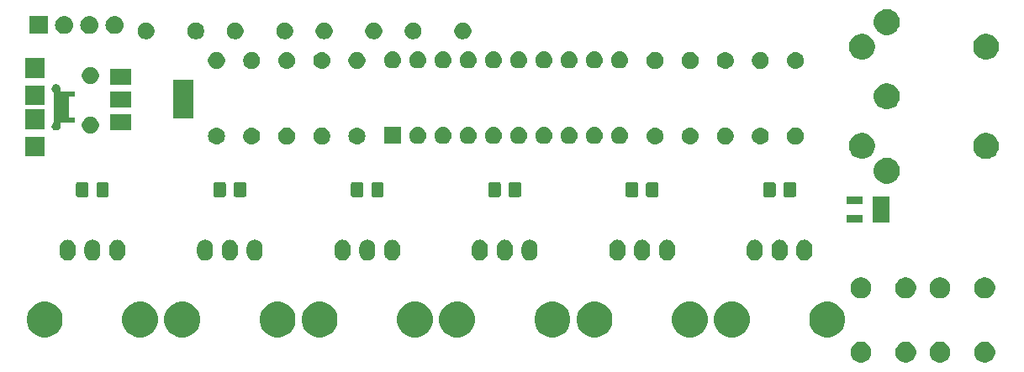
<source format=gbr>
G04 #@! TF.GenerationSoftware,KiCad,Pcbnew,(5.0.2)-1*
G04 #@! TF.CreationDate,2019-03-31T20:53:58+02:00*
G04 #@! TF.ProjectId,CCdrum,43436472-756d-42e6-9b69-6361645f7063,rev?*
G04 #@! TF.SameCoordinates,Original*
G04 #@! TF.FileFunction,Soldermask,Top*
G04 #@! TF.FilePolarity,Negative*
%FSLAX46Y46*%
G04 Gerber Fmt 4.6, Leading zero omitted, Abs format (unit mm)*
G04 Created by KiCad (PCBNEW (5.0.2)-1) date 31/03/2019 20:53:58*
%MOMM*%
%LPD*%
G01*
G04 APERTURE LIST*
%ADD10C,0.100000*%
G04 APERTURE END LIST*
D10*
G36*
X119506565Y-156489389D02*
X119697834Y-156568615D01*
X119869976Y-156683637D01*
X120016363Y-156830024D01*
X120131385Y-157002166D01*
X120210611Y-157193435D01*
X120251000Y-157396484D01*
X120251000Y-157603516D01*
X120210611Y-157806565D01*
X120131385Y-157997834D01*
X120016363Y-158169976D01*
X119869976Y-158316363D01*
X119697834Y-158431385D01*
X119506565Y-158510611D01*
X119303516Y-158551000D01*
X119096484Y-158551000D01*
X118893435Y-158510611D01*
X118702166Y-158431385D01*
X118530024Y-158316363D01*
X118383637Y-158169976D01*
X118268615Y-157997834D01*
X118189389Y-157806565D01*
X118149000Y-157603516D01*
X118149000Y-157396484D01*
X118189389Y-157193435D01*
X118268615Y-157002166D01*
X118383637Y-156830024D01*
X118530024Y-156683637D01*
X118702166Y-156568615D01*
X118893435Y-156489389D01*
X119096484Y-156449000D01*
X119303516Y-156449000D01*
X119506565Y-156489389D01*
X119506565Y-156489389D01*
G37*
G36*
X122956565Y-156489389D02*
X123147834Y-156568615D01*
X123319976Y-156683637D01*
X123466363Y-156830024D01*
X123581385Y-157002166D01*
X123660611Y-157193435D01*
X123701000Y-157396484D01*
X123701000Y-157603516D01*
X123660611Y-157806565D01*
X123581385Y-157997834D01*
X123466363Y-158169976D01*
X123319976Y-158316363D01*
X123147834Y-158431385D01*
X122956565Y-158510611D01*
X122753516Y-158551000D01*
X122546484Y-158551000D01*
X122343435Y-158510611D01*
X122152166Y-158431385D01*
X121980024Y-158316363D01*
X121833637Y-158169976D01*
X121718615Y-157997834D01*
X121639389Y-157806565D01*
X121599000Y-157603516D01*
X121599000Y-157396484D01*
X121639389Y-157193435D01*
X121718615Y-157002166D01*
X121833637Y-156830024D01*
X121980024Y-156683637D01*
X122152166Y-156568615D01*
X122343435Y-156489389D01*
X122546484Y-156449000D01*
X122753516Y-156449000D01*
X122956565Y-156489389D01*
X122956565Y-156489389D01*
G37*
G36*
X127456565Y-156489389D02*
X127647834Y-156568615D01*
X127819976Y-156683637D01*
X127966363Y-156830024D01*
X128081385Y-157002166D01*
X128160611Y-157193435D01*
X128201000Y-157396484D01*
X128201000Y-157603516D01*
X128160611Y-157806565D01*
X128081385Y-157997834D01*
X127966363Y-158169976D01*
X127819976Y-158316363D01*
X127647834Y-158431385D01*
X127456565Y-158510611D01*
X127253516Y-158551000D01*
X127046484Y-158551000D01*
X126843435Y-158510611D01*
X126652166Y-158431385D01*
X126480024Y-158316363D01*
X126333637Y-158169976D01*
X126218615Y-157997834D01*
X126139389Y-157806565D01*
X126099000Y-157603516D01*
X126099000Y-157396484D01*
X126139389Y-157193435D01*
X126218615Y-157002166D01*
X126333637Y-156830024D01*
X126480024Y-156683637D01*
X126652166Y-156568615D01*
X126843435Y-156489389D01*
X127046484Y-156449000D01*
X127253516Y-156449000D01*
X127456565Y-156489389D01*
X127456565Y-156489389D01*
G37*
G36*
X115006565Y-156489389D02*
X115197834Y-156568615D01*
X115369976Y-156683637D01*
X115516363Y-156830024D01*
X115631385Y-157002166D01*
X115710611Y-157193435D01*
X115751000Y-157396484D01*
X115751000Y-157603516D01*
X115710611Y-157806565D01*
X115631385Y-157997834D01*
X115516363Y-158169976D01*
X115369976Y-158316363D01*
X115197834Y-158431385D01*
X115006565Y-158510611D01*
X114803516Y-158551000D01*
X114596484Y-158551000D01*
X114393435Y-158510611D01*
X114202166Y-158431385D01*
X114030024Y-158316363D01*
X113883637Y-158169976D01*
X113768615Y-157997834D01*
X113689389Y-157806565D01*
X113649000Y-157603516D01*
X113649000Y-157396484D01*
X113689389Y-157193435D01*
X113768615Y-157002166D01*
X113883637Y-156830024D01*
X114030024Y-156683637D01*
X114202166Y-156568615D01*
X114393435Y-156489389D01*
X114596484Y-156449000D01*
X114803516Y-156449000D01*
X115006565Y-156489389D01*
X115006565Y-156489389D01*
G37*
G36*
X102225331Y-152468211D02*
X102553092Y-152603974D01*
X102848073Y-152801074D01*
X103098926Y-153051927D01*
X103296026Y-153346908D01*
X103431789Y-153674669D01*
X103501000Y-154022616D01*
X103501000Y-154377384D01*
X103431789Y-154725331D01*
X103296026Y-155053092D01*
X103098926Y-155348073D01*
X102848073Y-155598926D01*
X102553092Y-155796026D01*
X102225331Y-155931789D01*
X101877384Y-156001000D01*
X101522616Y-156001000D01*
X101174669Y-155931789D01*
X100846908Y-155796026D01*
X100551927Y-155598926D01*
X100301074Y-155348073D01*
X100103974Y-155053092D01*
X99968211Y-154725331D01*
X99899000Y-154377384D01*
X99899000Y-154022616D01*
X99968211Y-153674669D01*
X100103974Y-153346908D01*
X100301074Y-153051927D01*
X100551927Y-152801074D01*
X100846908Y-152603974D01*
X101174669Y-152468211D01*
X101522616Y-152399000D01*
X101877384Y-152399000D01*
X102225331Y-152468211D01*
X102225331Y-152468211D01*
G37*
G36*
X88385331Y-152468211D02*
X88713092Y-152603974D01*
X89008073Y-152801074D01*
X89258926Y-153051927D01*
X89456026Y-153346908D01*
X89591789Y-153674669D01*
X89661000Y-154022616D01*
X89661000Y-154377384D01*
X89591789Y-154725331D01*
X89456026Y-155053092D01*
X89258926Y-155348073D01*
X89008073Y-155598926D01*
X88713092Y-155796026D01*
X88385331Y-155931789D01*
X88037384Y-156001000D01*
X87682616Y-156001000D01*
X87334669Y-155931789D01*
X87006908Y-155796026D01*
X86711927Y-155598926D01*
X86461074Y-155348073D01*
X86263974Y-155053092D01*
X86128211Y-154725331D01*
X86059000Y-154377384D01*
X86059000Y-154022616D01*
X86128211Y-153674669D01*
X86263974Y-153346908D01*
X86461074Y-153051927D01*
X86711927Y-152801074D01*
X87006908Y-152603974D01*
X87334669Y-152468211D01*
X87682616Y-152399000D01*
X88037384Y-152399000D01*
X88385331Y-152468211D01*
X88385331Y-152468211D01*
G37*
G36*
X111825331Y-152468211D02*
X112153092Y-152603974D01*
X112448073Y-152801074D01*
X112698926Y-153051927D01*
X112896026Y-153346908D01*
X113031789Y-153674669D01*
X113101000Y-154022616D01*
X113101000Y-154377384D01*
X113031789Y-154725331D01*
X112896026Y-155053092D01*
X112698926Y-155348073D01*
X112448073Y-155598926D01*
X112153092Y-155796026D01*
X111825331Y-155931789D01*
X111477384Y-156001000D01*
X111122616Y-156001000D01*
X110774669Y-155931789D01*
X110446908Y-155796026D01*
X110151927Y-155598926D01*
X109901074Y-155348073D01*
X109703974Y-155053092D01*
X109568211Y-154725331D01*
X109499000Y-154377384D01*
X109499000Y-154022616D01*
X109568211Y-153674669D01*
X109703974Y-153346908D01*
X109901074Y-153051927D01*
X110151927Y-152801074D01*
X110446908Y-152603974D01*
X110774669Y-152468211D01*
X111122616Y-152399000D01*
X111477384Y-152399000D01*
X111825331Y-152468211D01*
X111825331Y-152468211D01*
G37*
G36*
X42625331Y-152468211D02*
X42953092Y-152603974D01*
X43248073Y-152801074D01*
X43498926Y-153051927D01*
X43696026Y-153346908D01*
X43831789Y-153674669D01*
X43901000Y-154022616D01*
X43901000Y-154377384D01*
X43831789Y-154725331D01*
X43696026Y-155053092D01*
X43498926Y-155348073D01*
X43248073Y-155598926D01*
X42953092Y-155796026D01*
X42625331Y-155931789D01*
X42277384Y-156001000D01*
X41922616Y-156001000D01*
X41574669Y-155931789D01*
X41246908Y-155796026D01*
X40951927Y-155598926D01*
X40701074Y-155348073D01*
X40503974Y-155053092D01*
X40368211Y-154725331D01*
X40299000Y-154377384D01*
X40299000Y-154022616D01*
X40368211Y-153674669D01*
X40503974Y-153346908D01*
X40701074Y-153051927D01*
X40951927Y-152801074D01*
X41246908Y-152603974D01*
X41574669Y-152468211D01*
X41922616Y-152399000D01*
X42277384Y-152399000D01*
X42625331Y-152468211D01*
X42625331Y-152468211D01*
G37*
G36*
X33025331Y-152468211D02*
X33353092Y-152603974D01*
X33648073Y-152801074D01*
X33898926Y-153051927D01*
X34096026Y-153346908D01*
X34231789Y-153674669D01*
X34301000Y-154022616D01*
X34301000Y-154377384D01*
X34231789Y-154725331D01*
X34096026Y-155053092D01*
X33898926Y-155348073D01*
X33648073Y-155598926D01*
X33353092Y-155796026D01*
X33025331Y-155931789D01*
X32677384Y-156001000D01*
X32322616Y-156001000D01*
X31974669Y-155931789D01*
X31646908Y-155796026D01*
X31351927Y-155598926D01*
X31101074Y-155348073D01*
X30903974Y-155053092D01*
X30768211Y-154725331D01*
X30699000Y-154377384D01*
X30699000Y-154022616D01*
X30768211Y-153674669D01*
X30903974Y-153346908D01*
X31101074Y-153051927D01*
X31351927Y-152801074D01*
X31646908Y-152603974D01*
X31974669Y-152468211D01*
X32322616Y-152399000D01*
X32677384Y-152399000D01*
X33025331Y-152468211D01*
X33025331Y-152468211D01*
G37*
G36*
X46865331Y-152468211D02*
X47193092Y-152603974D01*
X47488073Y-152801074D01*
X47738926Y-153051927D01*
X47936026Y-153346908D01*
X48071789Y-153674669D01*
X48141000Y-154022616D01*
X48141000Y-154377384D01*
X48071789Y-154725331D01*
X47936026Y-155053092D01*
X47738926Y-155348073D01*
X47488073Y-155598926D01*
X47193092Y-155796026D01*
X46865331Y-155931789D01*
X46517384Y-156001000D01*
X46162616Y-156001000D01*
X45814669Y-155931789D01*
X45486908Y-155796026D01*
X45191927Y-155598926D01*
X44941074Y-155348073D01*
X44743974Y-155053092D01*
X44608211Y-154725331D01*
X44539000Y-154377384D01*
X44539000Y-154022616D01*
X44608211Y-153674669D01*
X44743974Y-153346908D01*
X44941074Y-153051927D01*
X45191927Y-152801074D01*
X45486908Y-152603974D01*
X45814669Y-152468211D01*
X46162616Y-152399000D01*
X46517384Y-152399000D01*
X46865331Y-152468211D01*
X46865331Y-152468211D01*
G37*
G36*
X56465331Y-152468211D02*
X56793092Y-152603974D01*
X57088073Y-152801074D01*
X57338926Y-153051927D01*
X57536026Y-153346908D01*
X57671789Y-153674669D01*
X57741000Y-154022616D01*
X57741000Y-154377384D01*
X57671789Y-154725331D01*
X57536026Y-155053092D01*
X57338926Y-155348073D01*
X57088073Y-155598926D01*
X56793092Y-155796026D01*
X56465331Y-155931789D01*
X56117384Y-156001000D01*
X55762616Y-156001000D01*
X55414669Y-155931789D01*
X55086908Y-155796026D01*
X54791927Y-155598926D01*
X54541074Y-155348073D01*
X54343974Y-155053092D01*
X54208211Y-154725331D01*
X54139000Y-154377384D01*
X54139000Y-154022616D01*
X54208211Y-153674669D01*
X54343974Y-153346908D01*
X54541074Y-153051927D01*
X54791927Y-152801074D01*
X55086908Y-152603974D01*
X55414669Y-152468211D01*
X55762616Y-152399000D01*
X56117384Y-152399000D01*
X56465331Y-152468211D01*
X56465331Y-152468211D01*
G37*
G36*
X70305331Y-152468211D02*
X70633092Y-152603974D01*
X70928073Y-152801074D01*
X71178926Y-153051927D01*
X71376026Y-153346908D01*
X71511789Y-153674669D01*
X71581000Y-154022616D01*
X71581000Y-154377384D01*
X71511789Y-154725331D01*
X71376026Y-155053092D01*
X71178926Y-155348073D01*
X70928073Y-155598926D01*
X70633092Y-155796026D01*
X70305331Y-155931789D01*
X69957384Y-156001000D01*
X69602616Y-156001000D01*
X69254669Y-155931789D01*
X68926908Y-155796026D01*
X68631927Y-155598926D01*
X68381074Y-155348073D01*
X68183974Y-155053092D01*
X68048211Y-154725331D01*
X67979000Y-154377384D01*
X67979000Y-154022616D01*
X68048211Y-153674669D01*
X68183974Y-153346908D01*
X68381074Y-153051927D01*
X68631927Y-152801074D01*
X68926908Y-152603974D01*
X69254669Y-152468211D01*
X69602616Y-152399000D01*
X69957384Y-152399000D01*
X70305331Y-152468211D01*
X70305331Y-152468211D01*
G37*
G36*
X60705331Y-152468211D02*
X61033092Y-152603974D01*
X61328073Y-152801074D01*
X61578926Y-153051927D01*
X61776026Y-153346908D01*
X61911789Y-153674669D01*
X61981000Y-154022616D01*
X61981000Y-154377384D01*
X61911789Y-154725331D01*
X61776026Y-155053092D01*
X61578926Y-155348073D01*
X61328073Y-155598926D01*
X61033092Y-155796026D01*
X60705331Y-155931789D01*
X60357384Y-156001000D01*
X60002616Y-156001000D01*
X59654669Y-155931789D01*
X59326908Y-155796026D01*
X59031927Y-155598926D01*
X58781074Y-155348073D01*
X58583974Y-155053092D01*
X58448211Y-154725331D01*
X58379000Y-154377384D01*
X58379000Y-154022616D01*
X58448211Y-153674669D01*
X58583974Y-153346908D01*
X58781074Y-153051927D01*
X59031927Y-152801074D01*
X59326908Y-152603974D01*
X59654669Y-152468211D01*
X60002616Y-152399000D01*
X60357384Y-152399000D01*
X60705331Y-152468211D01*
X60705331Y-152468211D01*
G37*
G36*
X74545331Y-152468211D02*
X74873092Y-152603974D01*
X75168073Y-152801074D01*
X75418926Y-153051927D01*
X75616026Y-153346908D01*
X75751789Y-153674669D01*
X75821000Y-154022616D01*
X75821000Y-154377384D01*
X75751789Y-154725331D01*
X75616026Y-155053092D01*
X75418926Y-155348073D01*
X75168073Y-155598926D01*
X74873092Y-155796026D01*
X74545331Y-155931789D01*
X74197384Y-156001000D01*
X73842616Y-156001000D01*
X73494669Y-155931789D01*
X73166908Y-155796026D01*
X72871927Y-155598926D01*
X72621074Y-155348073D01*
X72423974Y-155053092D01*
X72288211Y-154725331D01*
X72219000Y-154377384D01*
X72219000Y-154022616D01*
X72288211Y-153674669D01*
X72423974Y-153346908D01*
X72621074Y-153051927D01*
X72871927Y-152801074D01*
X73166908Y-152603974D01*
X73494669Y-152468211D01*
X73842616Y-152399000D01*
X74197384Y-152399000D01*
X74545331Y-152468211D01*
X74545331Y-152468211D01*
G37*
G36*
X84145331Y-152468211D02*
X84473092Y-152603974D01*
X84768073Y-152801074D01*
X85018926Y-153051927D01*
X85216026Y-153346908D01*
X85351789Y-153674669D01*
X85421000Y-154022616D01*
X85421000Y-154377384D01*
X85351789Y-154725331D01*
X85216026Y-155053092D01*
X85018926Y-155348073D01*
X84768073Y-155598926D01*
X84473092Y-155796026D01*
X84145331Y-155931789D01*
X83797384Y-156001000D01*
X83442616Y-156001000D01*
X83094669Y-155931789D01*
X82766908Y-155796026D01*
X82471927Y-155598926D01*
X82221074Y-155348073D01*
X82023974Y-155053092D01*
X81888211Y-154725331D01*
X81819000Y-154377384D01*
X81819000Y-154022616D01*
X81888211Y-153674669D01*
X82023974Y-153346908D01*
X82221074Y-153051927D01*
X82471927Y-152801074D01*
X82766908Y-152603974D01*
X83094669Y-152468211D01*
X83442616Y-152399000D01*
X83797384Y-152399000D01*
X84145331Y-152468211D01*
X84145331Y-152468211D01*
G37*
G36*
X97985331Y-152468211D02*
X98313092Y-152603974D01*
X98608073Y-152801074D01*
X98858926Y-153051927D01*
X99056026Y-153346908D01*
X99191789Y-153674669D01*
X99261000Y-154022616D01*
X99261000Y-154377384D01*
X99191789Y-154725331D01*
X99056026Y-155053092D01*
X98858926Y-155348073D01*
X98608073Y-155598926D01*
X98313092Y-155796026D01*
X97985331Y-155931789D01*
X97637384Y-156001000D01*
X97282616Y-156001000D01*
X96934669Y-155931789D01*
X96606908Y-155796026D01*
X96311927Y-155598926D01*
X96061074Y-155348073D01*
X95863974Y-155053092D01*
X95728211Y-154725331D01*
X95659000Y-154377384D01*
X95659000Y-154022616D01*
X95728211Y-153674669D01*
X95863974Y-153346908D01*
X96061074Y-153051927D01*
X96311927Y-152801074D01*
X96606908Y-152603974D01*
X96934669Y-152468211D01*
X97282616Y-152399000D01*
X97637384Y-152399000D01*
X97985331Y-152468211D01*
X97985331Y-152468211D01*
G37*
G36*
X115006565Y-149989389D02*
X115197834Y-150068615D01*
X115369976Y-150183637D01*
X115516363Y-150330024D01*
X115631385Y-150502166D01*
X115710611Y-150693435D01*
X115751000Y-150896484D01*
X115751000Y-151103516D01*
X115710611Y-151306565D01*
X115631385Y-151497834D01*
X115516363Y-151669976D01*
X115369976Y-151816363D01*
X115197834Y-151931385D01*
X115006565Y-152010611D01*
X114803516Y-152051000D01*
X114596484Y-152051000D01*
X114393435Y-152010611D01*
X114202166Y-151931385D01*
X114030024Y-151816363D01*
X113883637Y-151669976D01*
X113768615Y-151497834D01*
X113689389Y-151306565D01*
X113649000Y-151103516D01*
X113649000Y-150896484D01*
X113689389Y-150693435D01*
X113768615Y-150502166D01*
X113883637Y-150330024D01*
X114030024Y-150183637D01*
X114202166Y-150068615D01*
X114393435Y-149989389D01*
X114596484Y-149949000D01*
X114803516Y-149949000D01*
X115006565Y-149989389D01*
X115006565Y-149989389D01*
G37*
G36*
X127456565Y-149989389D02*
X127647834Y-150068615D01*
X127819976Y-150183637D01*
X127966363Y-150330024D01*
X128081385Y-150502166D01*
X128160611Y-150693435D01*
X128201000Y-150896484D01*
X128201000Y-151103516D01*
X128160611Y-151306565D01*
X128081385Y-151497834D01*
X127966363Y-151669976D01*
X127819976Y-151816363D01*
X127647834Y-151931385D01*
X127456565Y-152010611D01*
X127253516Y-152051000D01*
X127046484Y-152051000D01*
X126843435Y-152010611D01*
X126652166Y-151931385D01*
X126480024Y-151816363D01*
X126333637Y-151669976D01*
X126218615Y-151497834D01*
X126139389Y-151306565D01*
X126099000Y-151103516D01*
X126099000Y-150896484D01*
X126139389Y-150693435D01*
X126218615Y-150502166D01*
X126333637Y-150330024D01*
X126480024Y-150183637D01*
X126652166Y-150068615D01*
X126843435Y-149989389D01*
X127046484Y-149949000D01*
X127253516Y-149949000D01*
X127456565Y-149989389D01*
X127456565Y-149989389D01*
G37*
G36*
X122956565Y-149989389D02*
X123147834Y-150068615D01*
X123319976Y-150183637D01*
X123466363Y-150330024D01*
X123581385Y-150502166D01*
X123660611Y-150693435D01*
X123701000Y-150896484D01*
X123701000Y-151103516D01*
X123660611Y-151306565D01*
X123581385Y-151497834D01*
X123466363Y-151669976D01*
X123319976Y-151816363D01*
X123147834Y-151931385D01*
X122956565Y-152010611D01*
X122753516Y-152051000D01*
X122546484Y-152051000D01*
X122343435Y-152010611D01*
X122152166Y-151931385D01*
X121980024Y-151816363D01*
X121833637Y-151669976D01*
X121718615Y-151497834D01*
X121639389Y-151306565D01*
X121599000Y-151103516D01*
X121599000Y-150896484D01*
X121639389Y-150693435D01*
X121718615Y-150502166D01*
X121833637Y-150330024D01*
X121980024Y-150183637D01*
X122152166Y-150068615D01*
X122343435Y-149989389D01*
X122546484Y-149949000D01*
X122753516Y-149949000D01*
X122956565Y-149989389D01*
X122956565Y-149989389D01*
G37*
G36*
X119506565Y-149989389D02*
X119697834Y-150068615D01*
X119869976Y-150183637D01*
X120016363Y-150330024D01*
X120131385Y-150502166D01*
X120210611Y-150693435D01*
X120251000Y-150896484D01*
X120251000Y-151103516D01*
X120210611Y-151306565D01*
X120131385Y-151497834D01*
X120016363Y-151669976D01*
X119869976Y-151816363D01*
X119697834Y-151931385D01*
X119506565Y-152010611D01*
X119303516Y-152051000D01*
X119096484Y-152051000D01*
X118893435Y-152010611D01*
X118702166Y-151931385D01*
X118530024Y-151816363D01*
X118383637Y-151669976D01*
X118268615Y-151497834D01*
X118189389Y-151306565D01*
X118149000Y-151103516D01*
X118149000Y-150896484D01*
X118189389Y-150693435D01*
X118268615Y-150502166D01*
X118383637Y-150330024D01*
X118530024Y-150183637D01*
X118702166Y-150068615D01*
X118893435Y-149989389D01*
X119096484Y-149949000D01*
X119303516Y-149949000D01*
X119506565Y-149989389D01*
X119506565Y-149989389D01*
G37*
G36*
X76477025Y-146160590D02*
X76628012Y-146206392D01*
X76767165Y-146280770D01*
X76889133Y-146380867D01*
X76989230Y-146502835D01*
X77063608Y-146641988D01*
X77109410Y-146792975D01*
X77121000Y-146910654D01*
X77121000Y-147489346D01*
X77109410Y-147607025D01*
X77063608Y-147758012D01*
X76989230Y-147897165D01*
X76889136Y-148019130D01*
X76889134Y-148019131D01*
X76889133Y-148019133D01*
X76889129Y-148019136D01*
X76767161Y-148119232D01*
X76628011Y-148193608D01*
X76477024Y-148239410D01*
X76320000Y-148254875D01*
X76162975Y-148239410D01*
X76011988Y-148193608D01*
X75872835Y-148119230D01*
X75750870Y-148019136D01*
X75750869Y-148019134D01*
X75750867Y-148019133D01*
X75700819Y-147958149D01*
X75650768Y-147897161D01*
X75576392Y-147758011D01*
X75530590Y-147607024D01*
X75519000Y-147489345D01*
X75519000Y-146910654D01*
X75530590Y-146792975D01*
X75553491Y-146717483D01*
X75576392Y-146641988D01*
X75650771Y-146502835D01*
X75750868Y-146380867D01*
X75872836Y-146280770D01*
X76011989Y-146206392D01*
X76162976Y-146160590D01*
X76320000Y-146145125D01*
X76477025Y-146160590D01*
X76477025Y-146160590D01*
G37*
G36*
X78977025Y-146160590D02*
X79128012Y-146206392D01*
X79267165Y-146280770D01*
X79389133Y-146380867D01*
X79489230Y-146502835D01*
X79563608Y-146641988D01*
X79609410Y-146792975D01*
X79621000Y-146910654D01*
X79621000Y-147489346D01*
X79609410Y-147607025D01*
X79563608Y-147758012D01*
X79489230Y-147897165D01*
X79389136Y-148019130D01*
X79389134Y-148019131D01*
X79389133Y-148019133D01*
X79389129Y-148019136D01*
X79267161Y-148119232D01*
X79128011Y-148193608D01*
X78977024Y-148239410D01*
X78820000Y-148254875D01*
X78662975Y-148239410D01*
X78511988Y-148193608D01*
X78372835Y-148119230D01*
X78250870Y-148019136D01*
X78250869Y-148019134D01*
X78250867Y-148019133D01*
X78200819Y-147958149D01*
X78150768Y-147897161D01*
X78076392Y-147758011D01*
X78030590Y-147607024D01*
X78019000Y-147489345D01*
X78019000Y-146910654D01*
X78030590Y-146792975D01*
X78053491Y-146717483D01*
X78076392Y-146641988D01*
X78150771Y-146502835D01*
X78250868Y-146380867D01*
X78372836Y-146280770D01*
X78511989Y-146206392D01*
X78662976Y-146160590D01*
X78820000Y-146145125D01*
X78977025Y-146160590D01*
X78977025Y-146160590D01*
G37*
G36*
X62637025Y-146160590D02*
X62788012Y-146206392D01*
X62927165Y-146280770D01*
X63049133Y-146380867D01*
X63149230Y-146502835D01*
X63223608Y-146641988D01*
X63269410Y-146792975D01*
X63281000Y-146910654D01*
X63281000Y-147489346D01*
X63269410Y-147607025D01*
X63223608Y-147758012D01*
X63149230Y-147897165D01*
X63049136Y-148019130D01*
X63049134Y-148019131D01*
X63049133Y-148019133D01*
X63049129Y-148019136D01*
X62927161Y-148119232D01*
X62788011Y-148193608D01*
X62637024Y-148239410D01*
X62480000Y-148254875D01*
X62322975Y-148239410D01*
X62171988Y-148193608D01*
X62032835Y-148119230D01*
X61910870Y-148019136D01*
X61910869Y-148019134D01*
X61910867Y-148019133D01*
X61860819Y-147958149D01*
X61810768Y-147897161D01*
X61736392Y-147758011D01*
X61690590Y-147607024D01*
X61679000Y-147489345D01*
X61679000Y-146910654D01*
X61690590Y-146792975D01*
X61713491Y-146717483D01*
X61736392Y-146641988D01*
X61810771Y-146502835D01*
X61910868Y-146380867D01*
X62032836Y-146280770D01*
X62171989Y-146206392D01*
X62322976Y-146160590D01*
X62480000Y-146145125D01*
X62637025Y-146160590D01*
X62637025Y-146160590D01*
G37*
G36*
X65137025Y-146160590D02*
X65288012Y-146206392D01*
X65427165Y-146280770D01*
X65549133Y-146380867D01*
X65649230Y-146502835D01*
X65723608Y-146641988D01*
X65769410Y-146792975D01*
X65781000Y-146910654D01*
X65781000Y-147489346D01*
X65769410Y-147607025D01*
X65723608Y-147758012D01*
X65649230Y-147897165D01*
X65549136Y-148019130D01*
X65549134Y-148019131D01*
X65549133Y-148019133D01*
X65549129Y-148019136D01*
X65427161Y-148119232D01*
X65288011Y-148193608D01*
X65137024Y-148239410D01*
X64980000Y-148254875D01*
X64822975Y-148239410D01*
X64671988Y-148193608D01*
X64532835Y-148119230D01*
X64410870Y-148019136D01*
X64410869Y-148019134D01*
X64410867Y-148019133D01*
X64360819Y-147958149D01*
X64310768Y-147897161D01*
X64236392Y-147758011D01*
X64190590Y-147607024D01*
X64179000Y-147489345D01*
X64179000Y-146910654D01*
X64190590Y-146792975D01*
X64213491Y-146717483D01*
X64236392Y-146641988D01*
X64310771Y-146502835D01*
X64410868Y-146380867D01*
X64532836Y-146280770D01*
X64671989Y-146206392D01*
X64822976Y-146160590D01*
X64980000Y-146145125D01*
X65137025Y-146160590D01*
X65137025Y-146160590D01*
G37*
G36*
X67637025Y-146160590D02*
X67788012Y-146206392D01*
X67927165Y-146280770D01*
X68049133Y-146380867D01*
X68149230Y-146502835D01*
X68223608Y-146641988D01*
X68269410Y-146792975D01*
X68281000Y-146910654D01*
X68281000Y-147489346D01*
X68269410Y-147607025D01*
X68223608Y-147758012D01*
X68149230Y-147897165D01*
X68049136Y-148019130D01*
X68049134Y-148019131D01*
X68049133Y-148019133D01*
X68049129Y-148019136D01*
X67927161Y-148119232D01*
X67788011Y-148193608D01*
X67637024Y-148239410D01*
X67480000Y-148254875D01*
X67322975Y-148239410D01*
X67171988Y-148193608D01*
X67032835Y-148119230D01*
X66910870Y-148019136D01*
X66910869Y-148019134D01*
X66910867Y-148019133D01*
X66860819Y-147958149D01*
X66810768Y-147897161D01*
X66736392Y-147758011D01*
X66690590Y-147607024D01*
X66679000Y-147489345D01*
X66679000Y-146910654D01*
X66690590Y-146792975D01*
X66713491Y-146717483D01*
X66736392Y-146641988D01*
X66810771Y-146502835D01*
X66910868Y-146380867D01*
X67032836Y-146280770D01*
X67171989Y-146206392D01*
X67322976Y-146160590D01*
X67480000Y-146145125D01*
X67637025Y-146160590D01*
X67637025Y-146160590D01*
G37*
G36*
X53797025Y-146160590D02*
X53948012Y-146206392D01*
X54087165Y-146280770D01*
X54209133Y-146380867D01*
X54309230Y-146502835D01*
X54383608Y-146641988D01*
X54429410Y-146792975D01*
X54441000Y-146910654D01*
X54441000Y-147489346D01*
X54429410Y-147607025D01*
X54383608Y-147758012D01*
X54309230Y-147897165D01*
X54209136Y-148019130D01*
X54209134Y-148019131D01*
X54209133Y-148019133D01*
X54209129Y-148019136D01*
X54087161Y-148119232D01*
X53948011Y-148193608D01*
X53797024Y-148239410D01*
X53640000Y-148254875D01*
X53482975Y-148239410D01*
X53331988Y-148193608D01*
X53192835Y-148119230D01*
X53070870Y-148019136D01*
X53070869Y-148019134D01*
X53070867Y-148019133D01*
X53020819Y-147958149D01*
X52970768Y-147897161D01*
X52896392Y-147758011D01*
X52850590Y-147607024D01*
X52839000Y-147489345D01*
X52839000Y-146910654D01*
X52850590Y-146792975D01*
X52873491Y-146717483D01*
X52896392Y-146641988D01*
X52970771Y-146502835D01*
X53070868Y-146380867D01*
X53192836Y-146280770D01*
X53331989Y-146206392D01*
X53482976Y-146160590D01*
X53640000Y-146145125D01*
X53797025Y-146160590D01*
X53797025Y-146160590D01*
G37*
G36*
X51297025Y-146160590D02*
X51448012Y-146206392D01*
X51587165Y-146280770D01*
X51709133Y-146380867D01*
X51809230Y-146502835D01*
X51883608Y-146641988D01*
X51929410Y-146792975D01*
X51941000Y-146910654D01*
X51941000Y-147489346D01*
X51929410Y-147607025D01*
X51883608Y-147758012D01*
X51809230Y-147897165D01*
X51709136Y-148019130D01*
X51709134Y-148019131D01*
X51709133Y-148019133D01*
X51709129Y-148019136D01*
X51587161Y-148119232D01*
X51448011Y-148193608D01*
X51297024Y-148239410D01*
X51140000Y-148254875D01*
X50982975Y-148239410D01*
X50831988Y-148193608D01*
X50692835Y-148119230D01*
X50570870Y-148019136D01*
X50570869Y-148019134D01*
X50570867Y-148019133D01*
X50520819Y-147958149D01*
X50470768Y-147897161D01*
X50396392Y-147758011D01*
X50350590Y-147607024D01*
X50339000Y-147489345D01*
X50339000Y-146910654D01*
X50350590Y-146792975D01*
X50373491Y-146717483D01*
X50396392Y-146641988D01*
X50470771Y-146502835D01*
X50570868Y-146380867D01*
X50692836Y-146280770D01*
X50831989Y-146206392D01*
X50982976Y-146160590D01*
X51140000Y-146145125D01*
X51297025Y-146160590D01*
X51297025Y-146160590D01*
G37*
G36*
X48797025Y-146160590D02*
X48948012Y-146206392D01*
X49087165Y-146280770D01*
X49209133Y-146380867D01*
X49309230Y-146502835D01*
X49383608Y-146641988D01*
X49429410Y-146792975D01*
X49441000Y-146910654D01*
X49441000Y-147489346D01*
X49429410Y-147607025D01*
X49383608Y-147758012D01*
X49309230Y-147897165D01*
X49209136Y-148019130D01*
X49209134Y-148019131D01*
X49209133Y-148019133D01*
X49209129Y-148019136D01*
X49087161Y-148119232D01*
X48948011Y-148193608D01*
X48797024Y-148239410D01*
X48640000Y-148254875D01*
X48482975Y-148239410D01*
X48331988Y-148193608D01*
X48192835Y-148119230D01*
X48070870Y-148019136D01*
X48070869Y-148019134D01*
X48070867Y-148019133D01*
X48020819Y-147958149D01*
X47970768Y-147897161D01*
X47896392Y-147758011D01*
X47850590Y-147607024D01*
X47839000Y-147489345D01*
X47839000Y-146910654D01*
X47850590Y-146792975D01*
X47873491Y-146717483D01*
X47896392Y-146641988D01*
X47970771Y-146502835D01*
X48070868Y-146380867D01*
X48192836Y-146280770D01*
X48331989Y-146206392D01*
X48482976Y-146160590D01*
X48640000Y-146145125D01*
X48797025Y-146160590D01*
X48797025Y-146160590D01*
G37*
G36*
X81477025Y-146160590D02*
X81628012Y-146206392D01*
X81767165Y-146280770D01*
X81889133Y-146380867D01*
X81989230Y-146502835D01*
X82063608Y-146641988D01*
X82109410Y-146792975D01*
X82121000Y-146910654D01*
X82121000Y-147489346D01*
X82109410Y-147607025D01*
X82063608Y-147758012D01*
X81989230Y-147897165D01*
X81889136Y-148019130D01*
X81889134Y-148019131D01*
X81889133Y-148019133D01*
X81889129Y-148019136D01*
X81767161Y-148119232D01*
X81628011Y-148193608D01*
X81477024Y-148239410D01*
X81320000Y-148254875D01*
X81162975Y-148239410D01*
X81011988Y-148193608D01*
X80872835Y-148119230D01*
X80750870Y-148019136D01*
X80750869Y-148019134D01*
X80750867Y-148019133D01*
X80700819Y-147958149D01*
X80650768Y-147897161D01*
X80576392Y-147758011D01*
X80530590Y-147607024D01*
X80519000Y-147489345D01*
X80519000Y-146910654D01*
X80530590Y-146792975D01*
X80553491Y-146717483D01*
X80576392Y-146641988D01*
X80650771Y-146502835D01*
X80750868Y-146380867D01*
X80872836Y-146280770D01*
X81011989Y-146206392D01*
X81162976Y-146160590D01*
X81320000Y-146145125D01*
X81477025Y-146160590D01*
X81477025Y-146160590D01*
G37*
G36*
X92817025Y-146160590D02*
X92968012Y-146206392D01*
X93107165Y-146280770D01*
X93229133Y-146380867D01*
X93329230Y-146502835D01*
X93403608Y-146641988D01*
X93449410Y-146792975D01*
X93461000Y-146910654D01*
X93461000Y-147489346D01*
X93449410Y-147607025D01*
X93403608Y-147758012D01*
X93329230Y-147897165D01*
X93229136Y-148019130D01*
X93229134Y-148019131D01*
X93229133Y-148019133D01*
X93229129Y-148019136D01*
X93107161Y-148119232D01*
X92968011Y-148193608D01*
X92817024Y-148239410D01*
X92660000Y-148254875D01*
X92502975Y-148239410D01*
X92351988Y-148193608D01*
X92212835Y-148119230D01*
X92090870Y-148019136D01*
X92090869Y-148019134D01*
X92090867Y-148019133D01*
X92040819Y-147958149D01*
X91990768Y-147897161D01*
X91916392Y-147758011D01*
X91870590Y-147607024D01*
X91859000Y-147489345D01*
X91859000Y-146910654D01*
X91870590Y-146792975D01*
X91893491Y-146717483D01*
X91916392Y-146641988D01*
X91990771Y-146502835D01*
X92090868Y-146380867D01*
X92212836Y-146280770D01*
X92351989Y-146206392D01*
X92502976Y-146160590D01*
X92660000Y-146145125D01*
X92817025Y-146160590D01*
X92817025Y-146160590D01*
G37*
G36*
X90317025Y-146160590D02*
X90468012Y-146206392D01*
X90607165Y-146280770D01*
X90729133Y-146380867D01*
X90829230Y-146502835D01*
X90903608Y-146641988D01*
X90949410Y-146792975D01*
X90961000Y-146910654D01*
X90961000Y-147489346D01*
X90949410Y-147607025D01*
X90903608Y-147758012D01*
X90829230Y-147897165D01*
X90729136Y-148019130D01*
X90729134Y-148019131D01*
X90729133Y-148019133D01*
X90729129Y-148019136D01*
X90607161Y-148119232D01*
X90468011Y-148193608D01*
X90317024Y-148239410D01*
X90160000Y-148254875D01*
X90002975Y-148239410D01*
X89851988Y-148193608D01*
X89712835Y-148119230D01*
X89590870Y-148019136D01*
X89590869Y-148019134D01*
X89590867Y-148019133D01*
X89540819Y-147958149D01*
X89490768Y-147897161D01*
X89416392Y-147758011D01*
X89370590Y-147607024D01*
X89359000Y-147489345D01*
X89359000Y-146910654D01*
X89370590Y-146792975D01*
X89393491Y-146717483D01*
X89416392Y-146641988D01*
X89490771Y-146502835D01*
X89590868Y-146380867D01*
X89712836Y-146280770D01*
X89851989Y-146206392D01*
X90002976Y-146160590D01*
X90160000Y-146145125D01*
X90317025Y-146160590D01*
X90317025Y-146160590D01*
G37*
G36*
X34957025Y-146160590D02*
X35108012Y-146206392D01*
X35247165Y-146280770D01*
X35369133Y-146380867D01*
X35469230Y-146502835D01*
X35543608Y-146641988D01*
X35589410Y-146792975D01*
X35601000Y-146910654D01*
X35601000Y-147489346D01*
X35589410Y-147607025D01*
X35543608Y-147758012D01*
X35469230Y-147897165D01*
X35369136Y-148019130D01*
X35369134Y-148019131D01*
X35369133Y-148019133D01*
X35369129Y-148019136D01*
X35247161Y-148119232D01*
X35108011Y-148193608D01*
X34957024Y-148239410D01*
X34800000Y-148254875D01*
X34642975Y-148239410D01*
X34491988Y-148193608D01*
X34352835Y-148119230D01*
X34230870Y-148019136D01*
X34230869Y-148019134D01*
X34230867Y-148019133D01*
X34180819Y-147958149D01*
X34130768Y-147897161D01*
X34056392Y-147758011D01*
X34010590Y-147607024D01*
X33999000Y-147489345D01*
X33999000Y-146910654D01*
X34010590Y-146792975D01*
X34033491Y-146717483D01*
X34056392Y-146641988D01*
X34130771Y-146502835D01*
X34230868Y-146380867D01*
X34352836Y-146280770D01*
X34491989Y-146206392D01*
X34642976Y-146160590D01*
X34800000Y-146145125D01*
X34957025Y-146160590D01*
X34957025Y-146160590D01*
G37*
G36*
X39957025Y-146160590D02*
X40108012Y-146206392D01*
X40247165Y-146280770D01*
X40369133Y-146380867D01*
X40469230Y-146502835D01*
X40543608Y-146641988D01*
X40589410Y-146792975D01*
X40601000Y-146910654D01*
X40601000Y-147489346D01*
X40589410Y-147607025D01*
X40543608Y-147758012D01*
X40469230Y-147897165D01*
X40369136Y-148019130D01*
X40369134Y-148019131D01*
X40369133Y-148019133D01*
X40369129Y-148019136D01*
X40247161Y-148119232D01*
X40108011Y-148193608D01*
X39957024Y-148239410D01*
X39800000Y-148254875D01*
X39642975Y-148239410D01*
X39491988Y-148193608D01*
X39352835Y-148119230D01*
X39230870Y-148019136D01*
X39230869Y-148019134D01*
X39230867Y-148019133D01*
X39180819Y-147958149D01*
X39130768Y-147897161D01*
X39056392Y-147758011D01*
X39010590Y-147607024D01*
X38999000Y-147489345D01*
X38999000Y-146910654D01*
X39010590Y-146792975D01*
X39033491Y-146717483D01*
X39056392Y-146641988D01*
X39130771Y-146502835D01*
X39230868Y-146380867D01*
X39352836Y-146280770D01*
X39491989Y-146206392D01*
X39642976Y-146160590D01*
X39800000Y-146145125D01*
X39957025Y-146160590D01*
X39957025Y-146160590D01*
G37*
G36*
X109157025Y-146160590D02*
X109308012Y-146206392D01*
X109447165Y-146280770D01*
X109569133Y-146380867D01*
X109669230Y-146502835D01*
X109743608Y-146641988D01*
X109789410Y-146792975D01*
X109801000Y-146910654D01*
X109801000Y-147489346D01*
X109789410Y-147607025D01*
X109743608Y-147758012D01*
X109669230Y-147897165D01*
X109569136Y-148019130D01*
X109569134Y-148019131D01*
X109569133Y-148019133D01*
X109569129Y-148019136D01*
X109447161Y-148119232D01*
X109308011Y-148193608D01*
X109157024Y-148239410D01*
X109000000Y-148254875D01*
X108842975Y-148239410D01*
X108691988Y-148193608D01*
X108552835Y-148119230D01*
X108430870Y-148019136D01*
X108430869Y-148019134D01*
X108430867Y-148019133D01*
X108380819Y-147958149D01*
X108330768Y-147897161D01*
X108256392Y-147758011D01*
X108210590Y-147607024D01*
X108199000Y-147489345D01*
X108199000Y-146910654D01*
X108210590Y-146792975D01*
X108233491Y-146717483D01*
X108256392Y-146641988D01*
X108330771Y-146502835D01*
X108430868Y-146380867D01*
X108552836Y-146280770D01*
X108691989Y-146206392D01*
X108842976Y-146160590D01*
X109000000Y-146145125D01*
X109157025Y-146160590D01*
X109157025Y-146160590D01*
G37*
G36*
X106657025Y-146160590D02*
X106808012Y-146206392D01*
X106947165Y-146280770D01*
X107069133Y-146380867D01*
X107169230Y-146502835D01*
X107243608Y-146641988D01*
X107289410Y-146792975D01*
X107301000Y-146910654D01*
X107301000Y-147489346D01*
X107289410Y-147607025D01*
X107243608Y-147758012D01*
X107169230Y-147897165D01*
X107069136Y-148019130D01*
X107069134Y-148019131D01*
X107069133Y-148019133D01*
X107069129Y-148019136D01*
X106947161Y-148119232D01*
X106808011Y-148193608D01*
X106657024Y-148239410D01*
X106500000Y-148254875D01*
X106342975Y-148239410D01*
X106191988Y-148193608D01*
X106052835Y-148119230D01*
X105930870Y-148019136D01*
X105930869Y-148019134D01*
X105930867Y-148019133D01*
X105880819Y-147958149D01*
X105830768Y-147897161D01*
X105756392Y-147758011D01*
X105710590Y-147607024D01*
X105699000Y-147489345D01*
X105699000Y-146910654D01*
X105710590Y-146792975D01*
X105733491Y-146717483D01*
X105756392Y-146641988D01*
X105830771Y-146502835D01*
X105930868Y-146380867D01*
X106052836Y-146280770D01*
X106191989Y-146206392D01*
X106342976Y-146160590D01*
X106500000Y-146145125D01*
X106657025Y-146160590D01*
X106657025Y-146160590D01*
G37*
G36*
X104157025Y-146160590D02*
X104308012Y-146206392D01*
X104447165Y-146280770D01*
X104569133Y-146380867D01*
X104669230Y-146502835D01*
X104743608Y-146641988D01*
X104789410Y-146792975D01*
X104801000Y-146910654D01*
X104801000Y-147489346D01*
X104789410Y-147607025D01*
X104743608Y-147758012D01*
X104669230Y-147897165D01*
X104569136Y-148019130D01*
X104569134Y-148019131D01*
X104569133Y-148019133D01*
X104569129Y-148019136D01*
X104447161Y-148119232D01*
X104308011Y-148193608D01*
X104157024Y-148239410D01*
X104000000Y-148254875D01*
X103842975Y-148239410D01*
X103691988Y-148193608D01*
X103552835Y-148119230D01*
X103430870Y-148019136D01*
X103430869Y-148019134D01*
X103430867Y-148019133D01*
X103380819Y-147958149D01*
X103330768Y-147897161D01*
X103256392Y-147758011D01*
X103210590Y-147607024D01*
X103199000Y-147489345D01*
X103199000Y-146910654D01*
X103210590Y-146792975D01*
X103233491Y-146717483D01*
X103256392Y-146641988D01*
X103330771Y-146502835D01*
X103430868Y-146380867D01*
X103552836Y-146280770D01*
X103691989Y-146206392D01*
X103842976Y-146160590D01*
X104000000Y-146145125D01*
X104157025Y-146160590D01*
X104157025Y-146160590D01*
G37*
G36*
X37457025Y-146160590D02*
X37608012Y-146206392D01*
X37747165Y-146280770D01*
X37869133Y-146380867D01*
X37969230Y-146502835D01*
X38043608Y-146641988D01*
X38089410Y-146792975D01*
X38101000Y-146910654D01*
X38101000Y-147489346D01*
X38089410Y-147607025D01*
X38043608Y-147758012D01*
X37969230Y-147897165D01*
X37869136Y-148019130D01*
X37869134Y-148019131D01*
X37869133Y-148019133D01*
X37869129Y-148019136D01*
X37747161Y-148119232D01*
X37608011Y-148193608D01*
X37457024Y-148239410D01*
X37300000Y-148254875D01*
X37142975Y-148239410D01*
X36991988Y-148193608D01*
X36852835Y-148119230D01*
X36730870Y-148019136D01*
X36730869Y-148019134D01*
X36730867Y-148019133D01*
X36680819Y-147958149D01*
X36630768Y-147897161D01*
X36556392Y-147758011D01*
X36510590Y-147607024D01*
X36499000Y-147489345D01*
X36499000Y-146910654D01*
X36510590Y-146792975D01*
X36533491Y-146717483D01*
X36556392Y-146641988D01*
X36630771Y-146502835D01*
X36730868Y-146380867D01*
X36852836Y-146280770D01*
X36991989Y-146206392D01*
X37142976Y-146160590D01*
X37300000Y-146145125D01*
X37457025Y-146160590D01*
X37457025Y-146160590D01*
G37*
G36*
X95317025Y-146160590D02*
X95468012Y-146206392D01*
X95607165Y-146280770D01*
X95729133Y-146380867D01*
X95829230Y-146502835D01*
X95903608Y-146641988D01*
X95949410Y-146792975D01*
X95961000Y-146910654D01*
X95961000Y-147489346D01*
X95949410Y-147607025D01*
X95903608Y-147758012D01*
X95829230Y-147897165D01*
X95729136Y-148019130D01*
X95729134Y-148019131D01*
X95729133Y-148019133D01*
X95729129Y-148019136D01*
X95607161Y-148119232D01*
X95468011Y-148193608D01*
X95317024Y-148239410D01*
X95160000Y-148254875D01*
X95002975Y-148239410D01*
X94851988Y-148193608D01*
X94712835Y-148119230D01*
X94590870Y-148019136D01*
X94590869Y-148019134D01*
X94590867Y-148019133D01*
X94540819Y-147958149D01*
X94490768Y-147897161D01*
X94416392Y-147758011D01*
X94370590Y-147607024D01*
X94359000Y-147489345D01*
X94359000Y-146910654D01*
X94370590Y-146792975D01*
X94393491Y-146717483D01*
X94416392Y-146641988D01*
X94490771Y-146502835D01*
X94590868Y-146380867D01*
X94712836Y-146280770D01*
X94851989Y-146206392D01*
X95002976Y-146160590D01*
X95160000Y-146145125D01*
X95317025Y-146160590D01*
X95317025Y-146160590D01*
G37*
G36*
X114881000Y-144426000D02*
X113219000Y-144426000D01*
X113219000Y-143674000D01*
X114881000Y-143674000D01*
X114881000Y-144426000D01*
X114881000Y-144426000D01*
G37*
G36*
X117581000Y-144426000D02*
X115919000Y-144426000D01*
X115919000Y-141774000D01*
X117581000Y-141774000D01*
X117581000Y-144426000D01*
X117581000Y-144426000D01*
G37*
G36*
X114881000Y-142526000D02*
X113219000Y-142526000D01*
X113219000Y-141774000D01*
X114881000Y-141774000D01*
X114881000Y-142526000D01*
X114881000Y-142526000D01*
G37*
G36*
X105938677Y-140353465D02*
X105976364Y-140364898D01*
X106011103Y-140383466D01*
X106041548Y-140408452D01*
X106066534Y-140438897D01*
X106085102Y-140473636D01*
X106096535Y-140511323D01*
X106101000Y-140556661D01*
X106101000Y-141643339D01*
X106096535Y-141688677D01*
X106085102Y-141726364D01*
X106066534Y-141761103D01*
X106041548Y-141791548D01*
X106011103Y-141816534D01*
X105976364Y-141835102D01*
X105938677Y-141846535D01*
X105893339Y-141851000D01*
X105056661Y-141851000D01*
X105011323Y-141846535D01*
X104973636Y-141835102D01*
X104938897Y-141816534D01*
X104908452Y-141791548D01*
X104883466Y-141761103D01*
X104864898Y-141726364D01*
X104853465Y-141688677D01*
X104849000Y-141643339D01*
X104849000Y-140556661D01*
X104853465Y-140511323D01*
X104864898Y-140473636D01*
X104883466Y-140438897D01*
X104908452Y-140408452D01*
X104938897Y-140383466D01*
X104973636Y-140364898D01*
X105011323Y-140353465D01*
X105056661Y-140349000D01*
X105893339Y-140349000D01*
X105938677Y-140353465D01*
X105938677Y-140353465D01*
G37*
G36*
X107988677Y-140353465D02*
X108026364Y-140364898D01*
X108061103Y-140383466D01*
X108091548Y-140408452D01*
X108116534Y-140438897D01*
X108135102Y-140473636D01*
X108146535Y-140511323D01*
X108151000Y-140556661D01*
X108151000Y-141643339D01*
X108146535Y-141688677D01*
X108135102Y-141726364D01*
X108116534Y-141761103D01*
X108091548Y-141791548D01*
X108061103Y-141816534D01*
X108026364Y-141835102D01*
X107988677Y-141846535D01*
X107943339Y-141851000D01*
X107106661Y-141851000D01*
X107061323Y-141846535D01*
X107023636Y-141835102D01*
X106988897Y-141816534D01*
X106958452Y-141791548D01*
X106933466Y-141761103D01*
X106914898Y-141726364D01*
X106903465Y-141688677D01*
X106899000Y-141643339D01*
X106899000Y-140556661D01*
X106903465Y-140511323D01*
X106914898Y-140473636D01*
X106933466Y-140438897D01*
X106958452Y-140408452D01*
X106988897Y-140383466D01*
X107023636Y-140364898D01*
X107061323Y-140353465D01*
X107106661Y-140349000D01*
X107943339Y-140349000D01*
X107988677Y-140353465D01*
X107988677Y-140353465D01*
G37*
G36*
X52628677Y-140353465D02*
X52666364Y-140364898D01*
X52701103Y-140383466D01*
X52731548Y-140408452D01*
X52756534Y-140438897D01*
X52775102Y-140473636D01*
X52786535Y-140511323D01*
X52791000Y-140556661D01*
X52791000Y-141643339D01*
X52786535Y-141688677D01*
X52775102Y-141726364D01*
X52756534Y-141761103D01*
X52731548Y-141791548D01*
X52701103Y-141816534D01*
X52666364Y-141835102D01*
X52628677Y-141846535D01*
X52583339Y-141851000D01*
X51746661Y-141851000D01*
X51701323Y-141846535D01*
X51663636Y-141835102D01*
X51628897Y-141816534D01*
X51598452Y-141791548D01*
X51573466Y-141761103D01*
X51554898Y-141726364D01*
X51543465Y-141688677D01*
X51539000Y-141643339D01*
X51539000Y-140556661D01*
X51543465Y-140511323D01*
X51554898Y-140473636D01*
X51573466Y-140438897D01*
X51598452Y-140408452D01*
X51628897Y-140383466D01*
X51663636Y-140364898D01*
X51701323Y-140353465D01*
X51746661Y-140349000D01*
X52583339Y-140349000D01*
X52628677Y-140353465D01*
X52628677Y-140353465D01*
G37*
G36*
X80308677Y-140353465D02*
X80346364Y-140364898D01*
X80381103Y-140383466D01*
X80411548Y-140408452D01*
X80436534Y-140438897D01*
X80455102Y-140473636D01*
X80466535Y-140511323D01*
X80471000Y-140556661D01*
X80471000Y-141643339D01*
X80466535Y-141688677D01*
X80455102Y-141726364D01*
X80436534Y-141761103D01*
X80411548Y-141791548D01*
X80381103Y-141816534D01*
X80346364Y-141835102D01*
X80308677Y-141846535D01*
X80263339Y-141851000D01*
X79426661Y-141851000D01*
X79381323Y-141846535D01*
X79343636Y-141835102D01*
X79308897Y-141816534D01*
X79278452Y-141791548D01*
X79253466Y-141761103D01*
X79234898Y-141726364D01*
X79223465Y-141688677D01*
X79219000Y-141643339D01*
X79219000Y-140556661D01*
X79223465Y-140511323D01*
X79234898Y-140473636D01*
X79253466Y-140438897D01*
X79278452Y-140408452D01*
X79308897Y-140383466D01*
X79343636Y-140364898D01*
X79381323Y-140353465D01*
X79426661Y-140349000D01*
X80263339Y-140349000D01*
X80308677Y-140353465D01*
X80308677Y-140353465D01*
G37*
G36*
X66468677Y-140353465D02*
X66506364Y-140364898D01*
X66541103Y-140383466D01*
X66571548Y-140408452D01*
X66596534Y-140438897D01*
X66615102Y-140473636D01*
X66626535Y-140511323D01*
X66631000Y-140556661D01*
X66631000Y-141643339D01*
X66626535Y-141688677D01*
X66615102Y-141726364D01*
X66596534Y-141761103D01*
X66571548Y-141791548D01*
X66541103Y-141816534D01*
X66506364Y-141835102D01*
X66468677Y-141846535D01*
X66423339Y-141851000D01*
X65586661Y-141851000D01*
X65541323Y-141846535D01*
X65503636Y-141835102D01*
X65468897Y-141816534D01*
X65438452Y-141791548D01*
X65413466Y-141761103D01*
X65394898Y-141726364D01*
X65383465Y-141688677D01*
X65379000Y-141643339D01*
X65379000Y-140556661D01*
X65383465Y-140511323D01*
X65394898Y-140473636D01*
X65413466Y-140438897D01*
X65438452Y-140408452D01*
X65468897Y-140383466D01*
X65503636Y-140364898D01*
X65541323Y-140353465D01*
X65586661Y-140349000D01*
X66423339Y-140349000D01*
X66468677Y-140353465D01*
X66468677Y-140353465D01*
G37*
G36*
X78258677Y-140353465D02*
X78296364Y-140364898D01*
X78331103Y-140383466D01*
X78361548Y-140408452D01*
X78386534Y-140438897D01*
X78405102Y-140473636D01*
X78416535Y-140511323D01*
X78421000Y-140556661D01*
X78421000Y-141643339D01*
X78416535Y-141688677D01*
X78405102Y-141726364D01*
X78386534Y-141761103D01*
X78361548Y-141791548D01*
X78331103Y-141816534D01*
X78296364Y-141835102D01*
X78258677Y-141846535D01*
X78213339Y-141851000D01*
X77376661Y-141851000D01*
X77331323Y-141846535D01*
X77293636Y-141835102D01*
X77258897Y-141816534D01*
X77228452Y-141791548D01*
X77203466Y-141761103D01*
X77184898Y-141726364D01*
X77173465Y-141688677D01*
X77169000Y-141643339D01*
X77169000Y-140556661D01*
X77173465Y-140511323D01*
X77184898Y-140473636D01*
X77203466Y-140438897D01*
X77228452Y-140408452D01*
X77258897Y-140383466D01*
X77293636Y-140364898D01*
X77331323Y-140353465D01*
X77376661Y-140349000D01*
X78213339Y-140349000D01*
X78258677Y-140353465D01*
X78258677Y-140353465D01*
G37*
G36*
X36738677Y-140353465D02*
X36776364Y-140364898D01*
X36811103Y-140383466D01*
X36841548Y-140408452D01*
X36866534Y-140438897D01*
X36885102Y-140473636D01*
X36896535Y-140511323D01*
X36901000Y-140556661D01*
X36901000Y-141643339D01*
X36896535Y-141688677D01*
X36885102Y-141726364D01*
X36866534Y-141761103D01*
X36841548Y-141791548D01*
X36811103Y-141816534D01*
X36776364Y-141835102D01*
X36738677Y-141846535D01*
X36693339Y-141851000D01*
X35856661Y-141851000D01*
X35811323Y-141846535D01*
X35773636Y-141835102D01*
X35738897Y-141816534D01*
X35708452Y-141791548D01*
X35683466Y-141761103D01*
X35664898Y-141726364D01*
X35653465Y-141688677D01*
X35649000Y-141643339D01*
X35649000Y-140556661D01*
X35653465Y-140511323D01*
X35664898Y-140473636D01*
X35683466Y-140438897D01*
X35708452Y-140408452D01*
X35738897Y-140383466D01*
X35773636Y-140364898D01*
X35811323Y-140353465D01*
X35856661Y-140349000D01*
X36693339Y-140349000D01*
X36738677Y-140353465D01*
X36738677Y-140353465D01*
G37*
G36*
X38788677Y-140353465D02*
X38826364Y-140364898D01*
X38861103Y-140383466D01*
X38891548Y-140408452D01*
X38916534Y-140438897D01*
X38935102Y-140473636D01*
X38946535Y-140511323D01*
X38951000Y-140556661D01*
X38951000Y-141643339D01*
X38946535Y-141688677D01*
X38935102Y-141726364D01*
X38916534Y-141761103D01*
X38891548Y-141791548D01*
X38861103Y-141816534D01*
X38826364Y-141835102D01*
X38788677Y-141846535D01*
X38743339Y-141851000D01*
X37906661Y-141851000D01*
X37861323Y-141846535D01*
X37823636Y-141835102D01*
X37788897Y-141816534D01*
X37758452Y-141791548D01*
X37733466Y-141761103D01*
X37714898Y-141726364D01*
X37703465Y-141688677D01*
X37699000Y-141643339D01*
X37699000Y-140556661D01*
X37703465Y-140511323D01*
X37714898Y-140473636D01*
X37733466Y-140438897D01*
X37758452Y-140408452D01*
X37788897Y-140383466D01*
X37823636Y-140364898D01*
X37861323Y-140353465D01*
X37906661Y-140349000D01*
X38743339Y-140349000D01*
X38788677Y-140353465D01*
X38788677Y-140353465D01*
G37*
G36*
X64418677Y-140353465D02*
X64456364Y-140364898D01*
X64491103Y-140383466D01*
X64521548Y-140408452D01*
X64546534Y-140438897D01*
X64565102Y-140473636D01*
X64576535Y-140511323D01*
X64581000Y-140556661D01*
X64581000Y-141643339D01*
X64576535Y-141688677D01*
X64565102Y-141726364D01*
X64546534Y-141761103D01*
X64521548Y-141791548D01*
X64491103Y-141816534D01*
X64456364Y-141835102D01*
X64418677Y-141846535D01*
X64373339Y-141851000D01*
X63536661Y-141851000D01*
X63491323Y-141846535D01*
X63453636Y-141835102D01*
X63418897Y-141816534D01*
X63388452Y-141791548D01*
X63363466Y-141761103D01*
X63344898Y-141726364D01*
X63333465Y-141688677D01*
X63329000Y-141643339D01*
X63329000Y-140556661D01*
X63333465Y-140511323D01*
X63344898Y-140473636D01*
X63363466Y-140438897D01*
X63388452Y-140408452D01*
X63418897Y-140383466D01*
X63453636Y-140364898D01*
X63491323Y-140353465D01*
X63536661Y-140349000D01*
X64373339Y-140349000D01*
X64418677Y-140353465D01*
X64418677Y-140353465D01*
G37*
G36*
X92098677Y-140353465D02*
X92136364Y-140364898D01*
X92171103Y-140383466D01*
X92201548Y-140408452D01*
X92226534Y-140438897D01*
X92245102Y-140473636D01*
X92256535Y-140511323D01*
X92261000Y-140556661D01*
X92261000Y-141643339D01*
X92256535Y-141688677D01*
X92245102Y-141726364D01*
X92226534Y-141761103D01*
X92201548Y-141791548D01*
X92171103Y-141816534D01*
X92136364Y-141835102D01*
X92098677Y-141846535D01*
X92053339Y-141851000D01*
X91216661Y-141851000D01*
X91171323Y-141846535D01*
X91133636Y-141835102D01*
X91098897Y-141816534D01*
X91068452Y-141791548D01*
X91043466Y-141761103D01*
X91024898Y-141726364D01*
X91013465Y-141688677D01*
X91009000Y-141643339D01*
X91009000Y-140556661D01*
X91013465Y-140511323D01*
X91024898Y-140473636D01*
X91043466Y-140438897D01*
X91068452Y-140408452D01*
X91098897Y-140383466D01*
X91133636Y-140364898D01*
X91171323Y-140353465D01*
X91216661Y-140349000D01*
X92053339Y-140349000D01*
X92098677Y-140353465D01*
X92098677Y-140353465D01*
G37*
G36*
X94148677Y-140353465D02*
X94186364Y-140364898D01*
X94221103Y-140383466D01*
X94251548Y-140408452D01*
X94276534Y-140438897D01*
X94295102Y-140473636D01*
X94306535Y-140511323D01*
X94311000Y-140556661D01*
X94311000Y-141643339D01*
X94306535Y-141688677D01*
X94295102Y-141726364D01*
X94276534Y-141761103D01*
X94251548Y-141791548D01*
X94221103Y-141816534D01*
X94186364Y-141835102D01*
X94148677Y-141846535D01*
X94103339Y-141851000D01*
X93266661Y-141851000D01*
X93221323Y-141846535D01*
X93183636Y-141835102D01*
X93148897Y-141816534D01*
X93118452Y-141791548D01*
X93093466Y-141761103D01*
X93074898Y-141726364D01*
X93063465Y-141688677D01*
X93059000Y-141643339D01*
X93059000Y-140556661D01*
X93063465Y-140511323D01*
X93074898Y-140473636D01*
X93093466Y-140438897D01*
X93118452Y-140408452D01*
X93148897Y-140383466D01*
X93183636Y-140364898D01*
X93221323Y-140353465D01*
X93266661Y-140349000D01*
X94103339Y-140349000D01*
X94148677Y-140353465D01*
X94148677Y-140353465D01*
G37*
G36*
X50578677Y-140353465D02*
X50616364Y-140364898D01*
X50651103Y-140383466D01*
X50681548Y-140408452D01*
X50706534Y-140438897D01*
X50725102Y-140473636D01*
X50736535Y-140511323D01*
X50741000Y-140556661D01*
X50741000Y-141643339D01*
X50736535Y-141688677D01*
X50725102Y-141726364D01*
X50706534Y-141761103D01*
X50681548Y-141791548D01*
X50651103Y-141816534D01*
X50616364Y-141835102D01*
X50578677Y-141846535D01*
X50533339Y-141851000D01*
X49696661Y-141851000D01*
X49651323Y-141846535D01*
X49613636Y-141835102D01*
X49578897Y-141816534D01*
X49548452Y-141791548D01*
X49523466Y-141761103D01*
X49504898Y-141726364D01*
X49493465Y-141688677D01*
X49489000Y-141643339D01*
X49489000Y-140556661D01*
X49493465Y-140511323D01*
X49504898Y-140473636D01*
X49523466Y-140438897D01*
X49548452Y-140408452D01*
X49578897Y-140383466D01*
X49613636Y-140364898D01*
X49651323Y-140353465D01*
X49696661Y-140349000D01*
X50533339Y-140349000D01*
X50578677Y-140353465D01*
X50578677Y-140353465D01*
G37*
G36*
X117682193Y-137947384D02*
X117918902Y-138045432D01*
X118131938Y-138187778D01*
X118313102Y-138368942D01*
X118455448Y-138581978D01*
X118553496Y-138818687D01*
X118603480Y-139069973D01*
X118603480Y-139326187D01*
X118553496Y-139577473D01*
X118455448Y-139814182D01*
X118313102Y-140027218D01*
X118131938Y-140208382D01*
X117918902Y-140350728D01*
X117682193Y-140448776D01*
X117430907Y-140498760D01*
X117174693Y-140498760D01*
X116923407Y-140448776D01*
X116686698Y-140350728D01*
X116473662Y-140208382D01*
X116292498Y-140027218D01*
X116150152Y-139814182D01*
X116052104Y-139577473D01*
X116002120Y-139326187D01*
X116002120Y-139069973D01*
X116052104Y-138818687D01*
X116150152Y-138581978D01*
X116292498Y-138368942D01*
X116473662Y-138187778D01*
X116686698Y-138045432D01*
X116923407Y-137947384D01*
X117174693Y-137897400D01*
X117430907Y-137897400D01*
X117682193Y-137947384D01*
X117682193Y-137947384D01*
G37*
G36*
X127677093Y-135450564D02*
X127913802Y-135548612D01*
X128126838Y-135690958D01*
X128308002Y-135872122D01*
X128450348Y-136085158D01*
X128548396Y-136321867D01*
X128598380Y-136573153D01*
X128598380Y-136829367D01*
X128548396Y-137080653D01*
X128450348Y-137317362D01*
X128308002Y-137530398D01*
X128126838Y-137711562D01*
X127913802Y-137853908D01*
X127677093Y-137951956D01*
X127425807Y-138001940D01*
X127169593Y-138001940D01*
X126918307Y-137951956D01*
X126681598Y-137853908D01*
X126468562Y-137711562D01*
X126287398Y-137530398D01*
X126145052Y-137317362D01*
X126047004Y-137080653D01*
X125997020Y-136829367D01*
X125997020Y-136573153D01*
X126047004Y-136321867D01*
X126145052Y-136085158D01*
X126287398Y-135872122D01*
X126468562Y-135690958D01*
X126681598Y-135548612D01*
X126918307Y-135450564D01*
X127169593Y-135400580D01*
X127425807Y-135400580D01*
X127677093Y-135450564D01*
X127677093Y-135450564D01*
G37*
G36*
X115180293Y-135445484D02*
X115417002Y-135543532D01*
X115630038Y-135685878D01*
X115811202Y-135867042D01*
X115953548Y-136080078D01*
X116051596Y-136316787D01*
X116101580Y-136568073D01*
X116101580Y-136824287D01*
X116051596Y-137075573D01*
X115953548Y-137312282D01*
X115811202Y-137525318D01*
X115630038Y-137706482D01*
X115417002Y-137848828D01*
X115180293Y-137946876D01*
X114929007Y-137996860D01*
X114672793Y-137996860D01*
X114421507Y-137946876D01*
X114184798Y-137848828D01*
X113971762Y-137706482D01*
X113790598Y-137525318D01*
X113648252Y-137312282D01*
X113550204Y-137075573D01*
X113500220Y-136824287D01*
X113500220Y-136568073D01*
X113550204Y-136316787D01*
X113648252Y-136080078D01*
X113790598Y-135867042D01*
X113971762Y-135685878D01*
X114184798Y-135543532D01*
X114421507Y-135445484D01*
X114672793Y-135395500D01*
X114929007Y-135395500D01*
X115180293Y-135445484D01*
X115180293Y-135445484D01*
G37*
G36*
X32499690Y-137749390D02*
X30500310Y-137749390D01*
X30500310Y-135750010D01*
X32499690Y-135750010D01*
X32499690Y-137749390D01*
X32499690Y-137749390D01*
G37*
G36*
X60653228Y-134881703D02*
X60808100Y-134945853D01*
X60947481Y-135038985D01*
X61066015Y-135157519D01*
X61159147Y-135296900D01*
X61223297Y-135451772D01*
X61256000Y-135616184D01*
X61256000Y-135783816D01*
X61223297Y-135948228D01*
X61159147Y-136103100D01*
X61066015Y-136242481D01*
X60947481Y-136361015D01*
X60808100Y-136454147D01*
X60653228Y-136518297D01*
X60488816Y-136551000D01*
X60321184Y-136551000D01*
X60156772Y-136518297D01*
X60001900Y-136454147D01*
X59862519Y-136361015D01*
X59743985Y-136242481D01*
X59650853Y-136103100D01*
X59586703Y-135948228D01*
X59554000Y-135783816D01*
X59554000Y-135616184D01*
X59586703Y-135451772D01*
X59650853Y-135296900D01*
X59743985Y-135157519D01*
X59862519Y-135038985D01*
X60001900Y-134945853D01*
X60156772Y-134881703D01*
X60321184Y-134849000D01*
X60488816Y-134849000D01*
X60653228Y-134881703D01*
X60653228Y-134881703D01*
G37*
G36*
X49966821Y-134861313D02*
X49966824Y-134861314D01*
X49966825Y-134861314D01*
X50127239Y-134909975D01*
X50127241Y-134909976D01*
X50127244Y-134909977D01*
X50275078Y-134988995D01*
X50404659Y-135095341D01*
X50511005Y-135224922D01*
X50590023Y-135372756D01*
X50590024Y-135372759D01*
X50590025Y-135372761D01*
X50623520Y-135483179D01*
X50638687Y-135533179D01*
X50655117Y-135700000D01*
X50638687Y-135866821D01*
X50638686Y-135866824D01*
X50638686Y-135866825D01*
X50605191Y-135977244D01*
X50590023Y-136027244D01*
X50511005Y-136175078D01*
X50404659Y-136304659D01*
X50275078Y-136411005D01*
X50127244Y-136490023D01*
X50127241Y-136490024D01*
X50127239Y-136490025D01*
X49966825Y-136538686D01*
X49966824Y-136538686D01*
X49966821Y-136538687D01*
X49841804Y-136551000D01*
X49758196Y-136551000D01*
X49633179Y-136538687D01*
X49633176Y-136538686D01*
X49633175Y-136538686D01*
X49472761Y-136490025D01*
X49472759Y-136490024D01*
X49472756Y-136490023D01*
X49324922Y-136411005D01*
X49195341Y-136304659D01*
X49088995Y-136175078D01*
X49009977Y-136027244D01*
X48994810Y-135977244D01*
X48961314Y-135866825D01*
X48961314Y-135866824D01*
X48961313Y-135866821D01*
X48944883Y-135700000D01*
X48961313Y-135533179D01*
X48976480Y-135483179D01*
X49009975Y-135372761D01*
X49009976Y-135372759D01*
X49009977Y-135372756D01*
X49088995Y-135224922D01*
X49195341Y-135095341D01*
X49324922Y-134988995D01*
X49472756Y-134909977D01*
X49472759Y-134909976D01*
X49472761Y-134909975D01*
X49633175Y-134861314D01*
X49633176Y-134861314D01*
X49633179Y-134861313D01*
X49758196Y-134849000D01*
X49841804Y-134849000D01*
X49966821Y-134861313D01*
X49966821Y-134861313D01*
G37*
G36*
X94126821Y-134861313D02*
X94126824Y-134861314D01*
X94126825Y-134861314D01*
X94287239Y-134909975D01*
X94287241Y-134909976D01*
X94287244Y-134909977D01*
X94435078Y-134988995D01*
X94564659Y-135095341D01*
X94671005Y-135224922D01*
X94750023Y-135372756D01*
X94750024Y-135372759D01*
X94750025Y-135372761D01*
X94783520Y-135483179D01*
X94798687Y-135533179D01*
X94815117Y-135700000D01*
X94798687Y-135866821D01*
X94798686Y-135866824D01*
X94798686Y-135866825D01*
X94765191Y-135977244D01*
X94750023Y-136027244D01*
X94671005Y-136175078D01*
X94564659Y-136304659D01*
X94435078Y-136411005D01*
X94287244Y-136490023D01*
X94287241Y-136490024D01*
X94287239Y-136490025D01*
X94126825Y-136538686D01*
X94126824Y-136538686D01*
X94126821Y-136538687D01*
X94001804Y-136551000D01*
X93918196Y-136551000D01*
X93793179Y-136538687D01*
X93793176Y-136538686D01*
X93793175Y-136538686D01*
X93632761Y-136490025D01*
X93632759Y-136490024D01*
X93632756Y-136490023D01*
X93484922Y-136411005D01*
X93355341Y-136304659D01*
X93248995Y-136175078D01*
X93169977Y-136027244D01*
X93154810Y-135977244D01*
X93121314Y-135866825D01*
X93121314Y-135866824D01*
X93121313Y-135866821D01*
X93104883Y-135700000D01*
X93121313Y-135533179D01*
X93136480Y-135483179D01*
X93169975Y-135372761D01*
X93169976Y-135372759D01*
X93169977Y-135372756D01*
X93248995Y-135224922D01*
X93355341Y-135095341D01*
X93484922Y-134988995D01*
X93632756Y-134909977D01*
X93632759Y-134909976D01*
X93632761Y-134909975D01*
X93793175Y-134861314D01*
X93793176Y-134861314D01*
X93793179Y-134861313D01*
X93918196Y-134849000D01*
X94001804Y-134849000D01*
X94126821Y-134861313D01*
X94126821Y-134861313D01*
G37*
G36*
X64106821Y-134861313D02*
X64106824Y-134861314D01*
X64106825Y-134861314D01*
X64267239Y-134909975D01*
X64267241Y-134909976D01*
X64267244Y-134909977D01*
X64415078Y-134988995D01*
X64544659Y-135095341D01*
X64651005Y-135224922D01*
X64730023Y-135372756D01*
X64730024Y-135372759D01*
X64730025Y-135372761D01*
X64763520Y-135483179D01*
X64778687Y-135533179D01*
X64795117Y-135700000D01*
X64778687Y-135866821D01*
X64778686Y-135866824D01*
X64778686Y-135866825D01*
X64745191Y-135977244D01*
X64730023Y-136027244D01*
X64651005Y-136175078D01*
X64544659Y-136304659D01*
X64415078Y-136411005D01*
X64267244Y-136490023D01*
X64267241Y-136490024D01*
X64267239Y-136490025D01*
X64106825Y-136538686D01*
X64106824Y-136538686D01*
X64106821Y-136538687D01*
X63981804Y-136551000D01*
X63898196Y-136551000D01*
X63773179Y-136538687D01*
X63773176Y-136538686D01*
X63773175Y-136538686D01*
X63612761Y-136490025D01*
X63612759Y-136490024D01*
X63612756Y-136490023D01*
X63464922Y-136411005D01*
X63335341Y-136304659D01*
X63228995Y-136175078D01*
X63149977Y-136027244D01*
X63134810Y-135977244D01*
X63101314Y-135866825D01*
X63101314Y-135866824D01*
X63101313Y-135866821D01*
X63084883Y-135700000D01*
X63101313Y-135533179D01*
X63116480Y-135483179D01*
X63149975Y-135372761D01*
X63149976Y-135372759D01*
X63149977Y-135372756D01*
X63228995Y-135224922D01*
X63335341Y-135095341D01*
X63464922Y-134988995D01*
X63612756Y-134909977D01*
X63612759Y-134909976D01*
X63612761Y-134909975D01*
X63773175Y-134861314D01*
X63773176Y-134861314D01*
X63773179Y-134861313D01*
X63898196Y-134849000D01*
X63981804Y-134849000D01*
X64106821Y-134861313D01*
X64106821Y-134861313D01*
G37*
G36*
X104731821Y-134861313D02*
X104731824Y-134861314D01*
X104731825Y-134861314D01*
X104892239Y-134909975D01*
X104892241Y-134909976D01*
X104892244Y-134909977D01*
X105040078Y-134988995D01*
X105169659Y-135095341D01*
X105276005Y-135224922D01*
X105355023Y-135372756D01*
X105355024Y-135372759D01*
X105355025Y-135372761D01*
X105388520Y-135483179D01*
X105403687Y-135533179D01*
X105420117Y-135700000D01*
X105403687Y-135866821D01*
X105403686Y-135866824D01*
X105403686Y-135866825D01*
X105370191Y-135977244D01*
X105355023Y-136027244D01*
X105276005Y-136175078D01*
X105169659Y-136304659D01*
X105040078Y-136411005D01*
X104892244Y-136490023D01*
X104892241Y-136490024D01*
X104892239Y-136490025D01*
X104731825Y-136538686D01*
X104731824Y-136538686D01*
X104731821Y-136538687D01*
X104606804Y-136551000D01*
X104523196Y-136551000D01*
X104398179Y-136538687D01*
X104398176Y-136538686D01*
X104398175Y-136538686D01*
X104237761Y-136490025D01*
X104237759Y-136490024D01*
X104237756Y-136490023D01*
X104089922Y-136411005D01*
X103960341Y-136304659D01*
X103853995Y-136175078D01*
X103774977Y-136027244D01*
X103759810Y-135977244D01*
X103726314Y-135866825D01*
X103726314Y-135866824D01*
X103726313Y-135866821D01*
X103709883Y-135700000D01*
X103726313Y-135533179D01*
X103741480Y-135483179D01*
X103774975Y-135372761D01*
X103774976Y-135372759D01*
X103774977Y-135372756D01*
X103853995Y-135224922D01*
X103960341Y-135095341D01*
X104089922Y-134988995D01*
X104237756Y-134909977D01*
X104237759Y-134909976D01*
X104237761Y-134909975D01*
X104398175Y-134861314D01*
X104398176Y-134861314D01*
X104398179Y-134861313D01*
X104523196Y-134849000D01*
X104606804Y-134849000D01*
X104731821Y-134861313D01*
X104731821Y-134861313D01*
G37*
G36*
X101278228Y-134881703D02*
X101433100Y-134945853D01*
X101572481Y-135038985D01*
X101691015Y-135157519D01*
X101784147Y-135296900D01*
X101848297Y-135451772D01*
X101881000Y-135616184D01*
X101881000Y-135783816D01*
X101848297Y-135948228D01*
X101784147Y-136103100D01*
X101691015Y-136242481D01*
X101572481Y-136361015D01*
X101433100Y-136454147D01*
X101278228Y-136518297D01*
X101113816Y-136551000D01*
X100946184Y-136551000D01*
X100781772Y-136518297D01*
X100626900Y-136454147D01*
X100487519Y-136361015D01*
X100368985Y-136242481D01*
X100275853Y-136103100D01*
X100211703Y-135948228D01*
X100179000Y-135783816D01*
X100179000Y-135616184D01*
X100211703Y-135451772D01*
X100275853Y-135296900D01*
X100368985Y-135157519D01*
X100487519Y-135038985D01*
X100626900Y-134945853D01*
X100781772Y-134881703D01*
X100946184Y-134849000D01*
X101113816Y-134849000D01*
X101278228Y-134881703D01*
X101278228Y-134881703D01*
G37*
G36*
X57118228Y-134881703D02*
X57273100Y-134945853D01*
X57412481Y-135038985D01*
X57531015Y-135157519D01*
X57624147Y-135296900D01*
X57688297Y-135451772D01*
X57721000Y-135616184D01*
X57721000Y-135783816D01*
X57688297Y-135948228D01*
X57624147Y-136103100D01*
X57531015Y-136242481D01*
X57412481Y-136361015D01*
X57273100Y-136454147D01*
X57118228Y-136518297D01*
X56953816Y-136551000D01*
X56786184Y-136551000D01*
X56621772Y-136518297D01*
X56466900Y-136454147D01*
X56327519Y-136361015D01*
X56208985Y-136242481D01*
X56115853Y-136103100D01*
X56051703Y-135948228D01*
X56019000Y-135783816D01*
X56019000Y-135616184D01*
X56051703Y-135451772D01*
X56115853Y-135296900D01*
X56208985Y-135157519D01*
X56327519Y-135038985D01*
X56466900Y-134945853D01*
X56621772Y-134881703D01*
X56786184Y-134849000D01*
X56953816Y-134849000D01*
X57118228Y-134881703D01*
X57118228Y-134881703D01*
G37*
G36*
X97661821Y-134861313D02*
X97661824Y-134861314D01*
X97661825Y-134861314D01*
X97822239Y-134909975D01*
X97822241Y-134909976D01*
X97822244Y-134909977D01*
X97970078Y-134988995D01*
X98099659Y-135095341D01*
X98206005Y-135224922D01*
X98285023Y-135372756D01*
X98285024Y-135372759D01*
X98285025Y-135372761D01*
X98318520Y-135483179D01*
X98333687Y-135533179D01*
X98350117Y-135700000D01*
X98333687Y-135866821D01*
X98333686Y-135866824D01*
X98333686Y-135866825D01*
X98300191Y-135977244D01*
X98285023Y-136027244D01*
X98206005Y-136175078D01*
X98099659Y-136304659D01*
X97970078Y-136411005D01*
X97822244Y-136490023D01*
X97822241Y-136490024D01*
X97822239Y-136490025D01*
X97661825Y-136538686D01*
X97661824Y-136538686D01*
X97661821Y-136538687D01*
X97536804Y-136551000D01*
X97453196Y-136551000D01*
X97328179Y-136538687D01*
X97328176Y-136538686D01*
X97328175Y-136538686D01*
X97167761Y-136490025D01*
X97167759Y-136490024D01*
X97167756Y-136490023D01*
X97019922Y-136411005D01*
X96890341Y-136304659D01*
X96783995Y-136175078D01*
X96704977Y-136027244D01*
X96689810Y-135977244D01*
X96656314Y-135866825D01*
X96656314Y-135866824D01*
X96656313Y-135866821D01*
X96639883Y-135700000D01*
X96656313Y-135533179D01*
X96671480Y-135483179D01*
X96704975Y-135372761D01*
X96704976Y-135372759D01*
X96704977Y-135372756D01*
X96783995Y-135224922D01*
X96890341Y-135095341D01*
X97019922Y-134988995D01*
X97167756Y-134909977D01*
X97167759Y-134909976D01*
X97167761Y-134909975D01*
X97328175Y-134861314D01*
X97328176Y-134861314D01*
X97328179Y-134861313D01*
X97453196Y-134849000D01*
X97536804Y-134849000D01*
X97661821Y-134861313D01*
X97661821Y-134861313D01*
G37*
G36*
X108348228Y-134881703D02*
X108503100Y-134945853D01*
X108642481Y-135038985D01*
X108761015Y-135157519D01*
X108854147Y-135296900D01*
X108918297Y-135451772D01*
X108951000Y-135616184D01*
X108951000Y-135783816D01*
X108918297Y-135948228D01*
X108854147Y-136103100D01*
X108761015Y-136242481D01*
X108642481Y-136361015D01*
X108503100Y-136454147D01*
X108348228Y-136518297D01*
X108183816Y-136551000D01*
X108016184Y-136551000D01*
X107851772Y-136518297D01*
X107696900Y-136454147D01*
X107557519Y-136361015D01*
X107438985Y-136242481D01*
X107345853Y-136103100D01*
X107281703Y-135948228D01*
X107249000Y-135783816D01*
X107249000Y-135616184D01*
X107281703Y-135451772D01*
X107345853Y-135296900D01*
X107438985Y-135157519D01*
X107557519Y-135038985D01*
X107696900Y-134945853D01*
X107851772Y-134881703D01*
X108016184Y-134849000D01*
X108183816Y-134849000D01*
X108348228Y-134881703D01*
X108348228Y-134881703D01*
G37*
G36*
X53501821Y-134861313D02*
X53501824Y-134861314D01*
X53501825Y-134861314D01*
X53662239Y-134909975D01*
X53662241Y-134909976D01*
X53662244Y-134909977D01*
X53810078Y-134988995D01*
X53939659Y-135095341D01*
X54046005Y-135224922D01*
X54125023Y-135372756D01*
X54125024Y-135372759D01*
X54125025Y-135372761D01*
X54158520Y-135483179D01*
X54173687Y-135533179D01*
X54190117Y-135700000D01*
X54173687Y-135866821D01*
X54173686Y-135866824D01*
X54173686Y-135866825D01*
X54140191Y-135977244D01*
X54125023Y-136027244D01*
X54046005Y-136175078D01*
X53939659Y-136304659D01*
X53810078Y-136411005D01*
X53662244Y-136490023D01*
X53662241Y-136490024D01*
X53662239Y-136490025D01*
X53501825Y-136538686D01*
X53501824Y-136538686D01*
X53501821Y-136538687D01*
X53376804Y-136551000D01*
X53293196Y-136551000D01*
X53168179Y-136538687D01*
X53168176Y-136538686D01*
X53168175Y-136538686D01*
X53007761Y-136490025D01*
X53007759Y-136490024D01*
X53007756Y-136490023D01*
X52859922Y-136411005D01*
X52730341Y-136304659D01*
X52623995Y-136175078D01*
X52544977Y-136027244D01*
X52529810Y-135977244D01*
X52496314Y-135866825D01*
X52496314Y-135866824D01*
X52496313Y-135866821D01*
X52479883Y-135700000D01*
X52496313Y-135533179D01*
X52511480Y-135483179D01*
X52544975Y-135372761D01*
X52544976Y-135372759D01*
X52544977Y-135372756D01*
X52623995Y-135224922D01*
X52730341Y-135095341D01*
X52859922Y-134988995D01*
X53007756Y-134909977D01*
X53007759Y-134909976D01*
X53007761Y-134909975D01*
X53168175Y-134861314D01*
X53168176Y-134861314D01*
X53168179Y-134861313D01*
X53293196Y-134849000D01*
X53376804Y-134849000D01*
X53501821Y-134861313D01*
X53501821Y-134861313D01*
G37*
G36*
X75311821Y-134811313D02*
X75311824Y-134811314D01*
X75311825Y-134811314D01*
X75472239Y-134859975D01*
X75472241Y-134859976D01*
X75472244Y-134859977D01*
X75620078Y-134938995D01*
X75749659Y-135045341D01*
X75856005Y-135174922D01*
X75935023Y-135322756D01*
X75935024Y-135322759D01*
X75935025Y-135322761D01*
X75973794Y-135450565D01*
X75983687Y-135483179D01*
X76000117Y-135650000D01*
X75983687Y-135816821D01*
X75983686Y-135816824D01*
X75983686Y-135816825D01*
X75968519Y-135866825D01*
X75935023Y-135977244D01*
X75856005Y-136125078D01*
X75749659Y-136254659D01*
X75620078Y-136361005D01*
X75472244Y-136440023D01*
X75472241Y-136440024D01*
X75472239Y-136440025D01*
X75311825Y-136488686D01*
X75311824Y-136488686D01*
X75311821Y-136488687D01*
X75186804Y-136501000D01*
X75103196Y-136501000D01*
X74978179Y-136488687D01*
X74978176Y-136488686D01*
X74978175Y-136488686D01*
X74817761Y-136440025D01*
X74817759Y-136440024D01*
X74817756Y-136440023D01*
X74669922Y-136361005D01*
X74540341Y-136254659D01*
X74433995Y-136125078D01*
X74354977Y-135977244D01*
X74321482Y-135866825D01*
X74306314Y-135816825D01*
X74306314Y-135816824D01*
X74306313Y-135816821D01*
X74289883Y-135650000D01*
X74306313Y-135483179D01*
X74316206Y-135450565D01*
X74354975Y-135322761D01*
X74354976Y-135322759D01*
X74354977Y-135322756D01*
X74433995Y-135174922D01*
X74540341Y-135045341D01*
X74669922Y-134938995D01*
X74817756Y-134859977D01*
X74817759Y-134859976D01*
X74817761Y-134859975D01*
X74978175Y-134811314D01*
X74978176Y-134811314D01*
X74978179Y-134811313D01*
X75103196Y-134799000D01*
X75186804Y-134799000D01*
X75311821Y-134811313D01*
X75311821Y-134811313D01*
G37*
G36*
X68376000Y-136501000D02*
X66674000Y-136501000D01*
X66674000Y-134799000D01*
X68376000Y-134799000D01*
X68376000Y-136501000D01*
X68376000Y-136501000D01*
G37*
G36*
X90551821Y-134811313D02*
X90551824Y-134811314D01*
X90551825Y-134811314D01*
X90712239Y-134859975D01*
X90712241Y-134859976D01*
X90712244Y-134859977D01*
X90860078Y-134938995D01*
X90989659Y-135045341D01*
X91096005Y-135174922D01*
X91175023Y-135322756D01*
X91175024Y-135322759D01*
X91175025Y-135322761D01*
X91213794Y-135450565D01*
X91223687Y-135483179D01*
X91240117Y-135650000D01*
X91223687Y-135816821D01*
X91223686Y-135816824D01*
X91223686Y-135816825D01*
X91208519Y-135866825D01*
X91175023Y-135977244D01*
X91096005Y-136125078D01*
X90989659Y-136254659D01*
X90860078Y-136361005D01*
X90712244Y-136440023D01*
X90712241Y-136440024D01*
X90712239Y-136440025D01*
X90551825Y-136488686D01*
X90551824Y-136488686D01*
X90551821Y-136488687D01*
X90426804Y-136501000D01*
X90343196Y-136501000D01*
X90218179Y-136488687D01*
X90218176Y-136488686D01*
X90218175Y-136488686D01*
X90057761Y-136440025D01*
X90057759Y-136440024D01*
X90057756Y-136440023D01*
X89909922Y-136361005D01*
X89780341Y-136254659D01*
X89673995Y-136125078D01*
X89594977Y-135977244D01*
X89561482Y-135866825D01*
X89546314Y-135816825D01*
X89546314Y-135816824D01*
X89546313Y-135816821D01*
X89529883Y-135650000D01*
X89546313Y-135483179D01*
X89556206Y-135450565D01*
X89594975Y-135322761D01*
X89594976Y-135322759D01*
X89594977Y-135322756D01*
X89673995Y-135174922D01*
X89780341Y-135045341D01*
X89909922Y-134938995D01*
X90057756Y-134859977D01*
X90057759Y-134859976D01*
X90057761Y-134859975D01*
X90218175Y-134811314D01*
X90218176Y-134811314D01*
X90218179Y-134811313D01*
X90343196Y-134799000D01*
X90426804Y-134799000D01*
X90551821Y-134811313D01*
X90551821Y-134811313D01*
G37*
G36*
X70231821Y-134811313D02*
X70231824Y-134811314D01*
X70231825Y-134811314D01*
X70392239Y-134859975D01*
X70392241Y-134859976D01*
X70392244Y-134859977D01*
X70540078Y-134938995D01*
X70669659Y-135045341D01*
X70776005Y-135174922D01*
X70855023Y-135322756D01*
X70855024Y-135322759D01*
X70855025Y-135322761D01*
X70893794Y-135450565D01*
X70903687Y-135483179D01*
X70920117Y-135650000D01*
X70903687Y-135816821D01*
X70903686Y-135816824D01*
X70903686Y-135816825D01*
X70888519Y-135866825D01*
X70855023Y-135977244D01*
X70776005Y-136125078D01*
X70669659Y-136254659D01*
X70540078Y-136361005D01*
X70392244Y-136440023D01*
X70392241Y-136440024D01*
X70392239Y-136440025D01*
X70231825Y-136488686D01*
X70231824Y-136488686D01*
X70231821Y-136488687D01*
X70106804Y-136501000D01*
X70023196Y-136501000D01*
X69898179Y-136488687D01*
X69898176Y-136488686D01*
X69898175Y-136488686D01*
X69737761Y-136440025D01*
X69737759Y-136440024D01*
X69737756Y-136440023D01*
X69589922Y-136361005D01*
X69460341Y-136254659D01*
X69353995Y-136125078D01*
X69274977Y-135977244D01*
X69241482Y-135866825D01*
X69226314Y-135816825D01*
X69226314Y-135816824D01*
X69226313Y-135816821D01*
X69209883Y-135650000D01*
X69226313Y-135483179D01*
X69236206Y-135450565D01*
X69274975Y-135322761D01*
X69274976Y-135322759D01*
X69274977Y-135322756D01*
X69353995Y-135174922D01*
X69460341Y-135045341D01*
X69589922Y-134938995D01*
X69737756Y-134859977D01*
X69737759Y-134859976D01*
X69737761Y-134859975D01*
X69898175Y-134811314D01*
X69898176Y-134811314D01*
X69898179Y-134811313D01*
X70023196Y-134799000D01*
X70106804Y-134799000D01*
X70231821Y-134811313D01*
X70231821Y-134811313D01*
G37*
G36*
X88011821Y-134811313D02*
X88011824Y-134811314D01*
X88011825Y-134811314D01*
X88172239Y-134859975D01*
X88172241Y-134859976D01*
X88172244Y-134859977D01*
X88320078Y-134938995D01*
X88449659Y-135045341D01*
X88556005Y-135174922D01*
X88635023Y-135322756D01*
X88635024Y-135322759D01*
X88635025Y-135322761D01*
X88673794Y-135450565D01*
X88683687Y-135483179D01*
X88700117Y-135650000D01*
X88683687Y-135816821D01*
X88683686Y-135816824D01*
X88683686Y-135816825D01*
X88668519Y-135866825D01*
X88635023Y-135977244D01*
X88556005Y-136125078D01*
X88449659Y-136254659D01*
X88320078Y-136361005D01*
X88172244Y-136440023D01*
X88172241Y-136440024D01*
X88172239Y-136440025D01*
X88011825Y-136488686D01*
X88011824Y-136488686D01*
X88011821Y-136488687D01*
X87886804Y-136501000D01*
X87803196Y-136501000D01*
X87678179Y-136488687D01*
X87678176Y-136488686D01*
X87678175Y-136488686D01*
X87517761Y-136440025D01*
X87517759Y-136440024D01*
X87517756Y-136440023D01*
X87369922Y-136361005D01*
X87240341Y-136254659D01*
X87133995Y-136125078D01*
X87054977Y-135977244D01*
X87021482Y-135866825D01*
X87006314Y-135816825D01*
X87006314Y-135816824D01*
X87006313Y-135816821D01*
X86989883Y-135650000D01*
X87006313Y-135483179D01*
X87016206Y-135450565D01*
X87054975Y-135322761D01*
X87054976Y-135322759D01*
X87054977Y-135322756D01*
X87133995Y-135174922D01*
X87240341Y-135045341D01*
X87369922Y-134938995D01*
X87517756Y-134859977D01*
X87517759Y-134859976D01*
X87517761Y-134859975D01*
X87678175Y-134811314D01*
X87678176Y-134811314D01*
X87678179Y-134811313D01*
X87803196Y-134799000D01*
X87886804Y-134799000D01*
X88011821Y-134811313D01*
X88011821Y-134811313D01*
G37*
G36*
X72771821Y-134811313D02*
X72771824Y-134811314D01*
X72771825Y-134811314D01*
X72932239Y-134859975D01*
X72932241Y-134859976D01*
X72932244Y-134859977D01*
X73080078Y-134938995D01*
X73209659Y-135045341D01*
X73316005Y-135174922D01*
X73395023Y-135322756D01*
X73395024Y-135322759D01*
X73395025Y-135322761D01*
X73433794Y-135450565D01*
X73443687Y-135483179D01*
X73460117Y-135650000D01*
X73443687Y-135816821D01*
X73443686Y-135816824D01*
X73443686Y-135816825D01*
X73428519Y-135866825D01*
X73395023Y-135977244D01*
X73316005Y-136125078D01*
X73209659Y-136254659D01*
X73080078Y-136361005D01*
X72932244Y-136440023D01*
X72932241Y-136440024D01*
X72932239Y-136440025D01*
X72771825Y-136488686D01*
X72771824Y-136488686D01*
X72771821Y-136488687D01*
X72646804Y-136501000D01*
X72563196Y-136501000D01*
X72438179Y-136488687D01*
X72438176Y-136488686D01*
X72438175Y-136488686D01*
X72277761Y-136440025D01*
X72277759Y-136440024D01*
X72277756Y-136440023D01*
X72129922Y-136361005D01*
X72000341Y-136254659D01*
X71893995Y-136125078D01*
X71814977Y-135977244D01*
X71781482Y-135866825D01*
X71766314Y-135816825D01*
X71766314Y-135816824D01*
X71766313Y-135816821D01*
X71749883Y-135650000D01*
X71766313Y-135483179D01*
X71776206Y-135450565D01*
X71814975Y-135322761D01*
X71814976Y-135322759D01*
X71814977Y-135322756D01*
X71893995Y-135174922D01*
X72000341Y-135045341D01*
X72129922Y-134938995D01*
X72277756Y-134859977D01*
X72277759Y-134859976D01*
X72277761Y-134859975D01*
X72438175Y-134811314D01*
X72438176Y-134811314D01*
X72438179Y-134811313D01*
X72563196Y-134799000D01*
X72646804Y-134799000D01*
X72771821Y-134811313D01*
X72771821Y-134811313D01*
G37*
G36*
X85471821Y-134811313D02*
X85471824Y-134811314D01*
X85471825Y-134811314D01*
X85632239Y-134859975D01*
X85632241Y-134859976D01*
X85632244Y-134859977D01*
X85780078Y-134938995D01*
X85909659Y-135045341D01*
X86016005Y-135174922D01*
X86095023Y-135322756D01*
X86095024Y-135322759D01*
X86095025Y-135322761D01*
X86133794Y-135450565D01*
X86143687Y-135483179D01*
X86160117Y-135650000D01*
X86143687Y-135816821D01*
X86143686Y-135816824D01*
X86143686Y-135816825D01*
X86128519Y-135866825D01*
X86095023Y-135977244D01*
X86016005Y-136125078D01*
X85909659Y-136254659D01*
X85780078Y-136361005D01*
X85632244Y-136440023D01*
X85632241Y-136440024D01*
X85632239Y-136440025D01*
X85471825Y-136488686D01*
X85471824Y-136488686D01*
X85471821Y-136488687D01*
X85346804Y-136501000D01*
X85263196Y-136501000D01*
X85138179Y-136488687D01*
X85138176Y-136488686D01*
X85138175Y-136488686D01*
X84977761Y-136440025D01*
X84977759Y-136440024D01*
X84977756Y-136440023D01*
X84829922Y-136361005D01*
X84700341Y-136254659D01*
X84593995Y-136125078D01*
X84514977Y-135977244D01*
X84481482Y-135866825D01*
X84466314Y-135816825D01*
X84466314Y-135816824D01*
X84466313Y-135816821D01*
X84449883Y-135650000D01*
X84466313Y-135483179D01*
X84476206Y-135450565D01*
X84514975Y-135322761D01*
X84514976Y-135322759D01*
X84514977Y-135322756D01*
X84593995Y-135174922D01*
X84700341Y-135045341D01*
X84829922Y-134938995D01*
X84977756Y-134859977D01*
X84977759Y-134859976D01*
X84977761Y-134859975D01*
X85138175Y-134811314D01*
X85138176Y-134811314D01*
X85138179Y-134811313D01*
X85263196Y-134799000D01*
X85346804Y-134799000D01*
X85471821Y-134811313D01*
X85471821Y-134811313D01*
G37*
G36*
X82931821Y-134811313D02*
X82931824Y-134811314D01*
X82931825Y-134811314D01*
X83092239Y-134859975D01*
X83092241Y-134859976D01*
X83092244Y-134859977D01*
X83240078Y-134938995D01*
X83369659Y-135045341D01*
X83476005Y-135174922D01*
X83555023Y-135322756D01*
X83555024Y-135322759D01*
X83555025Y-135322761D01*
X83593794Y-135450565D01*
X83603687Y-135483179D01*
X83620117Y-135650000D01*
X83603687Y-135816821D01*
X83603686Y-135816824D01*
X83603686Y-135816825D01*
X83588519Y-135866825D01*
X83555023Y-135977244D01*
X83476005Y-136125078D01*
X83369659Y-136254659D01*
X83240078Y-136361005D01*
X83092244Y-136440023D01*
X83092241Y-136440024D01*
X83092239Y-136440025D01*
X82931825Y-136488686D01*
X82931824Y-136488686D01*
X82931821Y-136488687D01*
X82806804Y-136501000D01*
X82723196Y-136501000D01*
X82598179Y-136488687D01*
X82598176Y-136488686D01*
X82598175Y-136488686D01*
X82437761Y-136440025D01*
X82437759Y-136440024D01*
X82437756Y-136440023D01*
X82289922Y-136361005D01*
X82160341Y-136254659D01*
X82053995Y-136125078D01*
X81974977Y-135977244D01*
X81941482Y-135866825D01*
X81926314Y-135816825D01*
X81926314Y-135816824D01*
X81926313Y-135816821D01*
X81909883Y-135650000D01*
X81926313Y-135483179D01*
X81936206Y-135450565D01*
X81974975Y-135322761D01*
X81974976Y-135322759D01*
X81974977Y-135322756D01*
X82053995Y-135174922D01*
X82160341Y-135045341D01*
X82289922Y-134938995D01*
X82437756Y-134859977D01*
X82437759Y-134859976D01*
X82437761Y-134859975D01*
X82598175Y-134811314D01*
X82598176Y-134811314D01*
X82598179Y-134811313D01*
X82723196Y-134799000D01*
X82806804Y-134799000D01*
X82931821Y-134811313D01*
X82931821Y-134811313D01*
G37*
G36*
X77851821Y-134811313D02*
X77851824Y-134811314D01*
X77851825Y-134811314D01*
X78012239Y-134859975D01*
X78012241Y-134859976D01*
X78012244Y-134859977D01*
X78160078Y-134938995D01*
X78289659Y-135045341D01*
X78396005Y-135174922D01*
X78475023Y-135322756D01*
X78475024Y-135322759D01*
X78475025Y-135322761D01*
X78513794Y-135450565D01*
X78523687Y-135483179D01*
X78540117Y-135650000D01*
X78523687Y-135816821D01*
X78523686Y-135816824D01*
X78523686Y-135816825D01*
X78508519Y-135866825D01*
X78475023Y-135977244D01*
X78396005Y-136125078D01*
X78289659Y-136254659D01*
X78160078Y-136361005D01*
X78012244Y-136440023D01*
X78012241Y-136440024D01*
X78012239Y-136440025D01*
X77851825Y-136488686D01*
X77851824Y-136488686D01*
X77851821Y-136488687D01*
X77726804Y-136501000D01*
X77643196Y-136501000D01*
X77518179Y-136488687D01*
X77518176Y-136488686D01*
X77518175Y-136488686D01*
X77357761Y-136440025D01*
X77357759Y-136440024D01*
X77357756Y-136440023D01*
X77209922Y-136361005D01*
X77080341Y-136254659D01*
X76973995Y-136125078D01*
X76894977Y-135977244D01*
X76861482Y-135866825D01*
X76846314Y-135816825D01*
X76846314Y-135816824D01*
X76846313Y-135816821D01*
X76829883Y-135650000D01*
X76846313Y-135483179D01*
X76856206Y-135450565D01*
X76894975Y-135322761D01*
X76894976Y-135322759D01*
X76894977Y-135322756D01*
X76973995Y-135174922D01*
X77080341Y-135045341D01*
X77209922Y-134938995D01*
X77357756Y-134859977D01*
X77357759Y-134859976D01*
X77357761Y-134859975D01*
X77518175Y-134811314D01*
X77518176Y-134811314D01*
X77518179Y-134811313D01*
X77643196Y-134799000D01*
X77726804Y-134799000D01*
X77851821Y-134811313D01*
X77851821Y-134811313D01*
G37*
G36*
X80391821Y-134811313D02*
X80391824Y-134811314D01*
X80391825Y-134811314D01*
X80552239Y-134859975D01*
X80552241Y-134859976D01*
X80552244Y-134859977D01*
X80700078Y-134938995D01*
X80829659Y-135045341D01*
X80936005Y-135174922D01*
X81015023Y-135322756D01*
X81015024Y-135322759D01*
X81015025Y-135322761D01*
X81053794Y-135450565D01*
X81063687Y-135483179D01*
X81080117Y-135650000D01*
X81063687Y-135816821D01*
X81063686Y-135816824D01*
X81063686Y-135816825D01*
X81048519Y-135866825D01*
X81015023Y-135977244D01*
X80936005Y-136125078D01*
X80829659Y-136254659D01*
X80700078Y-136361005D01*
X80552244Y-136440023D01*
X80552241Y-136440024D01*
X80552239Y-136440025D01*
X80391825Y-136488686D01*
X80391824Y-136488686D01*
X80391821Y-136488687D01*
X80266804Y-136501000D01*
X80183196Y-136501000D01*
X80058179Y-136488687D01*
X80058176Y-136488686D01*
X80058175Y-136488686D01*
X79897761Y-136440025D01*
X79897759Y-136440024D01*
X79897756Y-136440023D01*
X79749922Y-136361005D01*
X79620341Y-136254659D01*
X79513995Y-136125078D01*
X79434977Y-135977244D01*
X79401482Y-135866825D01*
X79386314Y-135816825D01*
X79386314Y-135816824D01*
X79386313Y-135816821D01*
X79369883Y-135650000D01*
X79386313Y-135483179D01*
X79396206Y-135450565D01*
X79434975Y-135322761D01*
X79434976Y-135322759D01*
X79434977Y-135322756D01*
X79513995Y-135174922D01*
X79620341Y-135045341D01*
X79749922Y-134938995D01*
X79897756Y-134859977D01*
X79897759Y-134859976D01*
X79897761Y-134859975D01*
X80058175Y-134811314D01*
X80058176Y-134811314D01*
X80058179Y-134811313D01*
X80183196Y-134799000D01*
X80266804Y-134799000D01*
X80391821Y-134811313D01*
X80391821Y-134811313D01*
G37*
G36*
X37348228Y-133781703D02*
X37503100Y-133845853D01*
X37642481Y-133938985D01*
X37761015Y-134057519D01*
X37854147Y-134196900D01*
X37918297Y-134351772D01*
X37951000Y-134516184D01*
X37951000Y-134683816D01*
X37918297Y-134848228D01*
X37854147Y-135003100D01*
X37761015Y-135142481D01*
X37642481Y-135261015D01*
X37503100Y-135354147D01*
X37348228Y-135418297D01*
X37183816Y-135451000D01*
X37016184Y-135451000D01*
X36851772Y-135418297D01*
X36696900Y-135354147D01*
X36557519Y-135261015D01*
X36438985Y-135142481D01*
X36345853Y-135003100D01*
X36281703Y-134848228D01*
X36249000Y-134683816D01*
X36249000Y-134516184D01*
X36281703Y-134351772D01*
X36345853Y-134196900D01*
X36438985Y-134057519D01*
X36557519Y-133938985D01*
X36696900Y-133845853D01*
X36851772Y-133781703D01*
X37016184Y-133749000D01*
X37183816Y-133749000D01*
X37348228Y-133781703D01*
X37348228Y-133781703D01*
G37*
G36*
X33780036Y-130467585D02*
X33861891Y-130501490D01*
X33930528Y-130547352D01*
X33935561Y-130550715D01*
X33998205Y-130613359D01*
X33998207Y-130613362D01*
X34047430Y-130687029D01*
X34081335Y-130768884D01*
X34098620Y-130855781D01*
X34098620Y-130944379D01*
X34081335Y-131031276D01*
X34062684Y-131076305D01*
X34055574Y-131099743D01*
X34053172Y-131124130D01*
X34055574Y-131148516D01*
X34062687Y-131171965D01*
X34074238Y-131193576D01*
X34089783Y-131212518D01*
X34108725Y-131228063D01*
X34130336Y-131239615D01*
X34153785Y-131246728D01*
X34178172Y-131249130D01*
X35551250Y-131249130D01*
X35551250Y-131749910D01*
X35023720Y-131749910D01*
X34999334Y-131752312D01*
X34975885Y-131759425D01*
X34954274Y-131770976D01*
X34935332Y-131786522D01*
X34919786Y-131805464D01*
X34908235Y-131827075D01*
X34901122Y-131850524D01*
X34898720Y-131874910D01*
X34898720Y-133725090D01*
X34901122Y-133749476D01*
X34908235Y-133772925D01*
X34919786Y-133794536D01*
X34935332Y-133813478D01*
X34954274Y-133829024D01*
X34975885Y-133840575D01*
X34999334Y-133847688D01*
X35023720Y-133850090D01*
X35551250Y-133850090D01*
X35551250Y-134350870D01*
X34176684Y-134350870D01*
X34152298Y-134353272D01*
X34128849Y-134360385D01*
X34107238Y-134371936D01*
X34088296Y-134387482D01*
X34072750Y-134406424D01*
X34061199Y-134428035D01*
X34054086Y-134451484D01*
X34051684Y-134475870D01*
X34054086Y-134500256D01*
X34061196Y-134523695D01*
X34078795Y-134566184D01*
X34096080Y-134653081D01*
X34096080Y-134741679D01*
X34078795Y-134828576D01*
X34044890Y-134910431D01*
X34021221Y-134945854D01*
X33995665Y-134984101D01*
X33933021Y-135046745D01*
X33933018Y-135046747D01*
X33859351Y-135095970D01*
X33777496Y-135129875D01*
X33690599Y-135147160D01*
X33602001Y-135147160D01*
X33515104Y-135129875D01*
X33433249Y-135095970D01*
X33359582Y-135046747D01*
X33359579Y-135046745D01*
X33296935Y-134984101D01*
X33271379Y-134945854D01*
X33247710Y-134910431D01*
X33213805Y-134828576D01*
X33196520Y-134741679D01*
X33196520Y-134653081D01*
X33213805Y-134566184D01*
X33247710Y-134484329D01*
X33296933Y-134410662D01*
X33296935Y-134410659D01*
X33359579Y-134348015D01*
X33359985Y-134347744D01*
X33393698Y-134325217D01*
X33412638Y-134309674D01*
X33428183Y-134290732D01*
X33439735Y-134269121D01*
X33446848Y-134245672D01*
X33449250Y-134221285D01*
X33449250Y-133737984D01*
X33450520Y-133725090D01*
X33450520Y-131874910D01*
X33449250Y-131862016D01*
X33449250Y-131374478D01*
X33446848Y-131350092D01*
X33439735Y-131326643D01*
X33428184Y-131305032D01*
X33412638Y-131286090D01*
X33393696Y-131270544D01*
X33362119Y-131249445D01*
X33299475Y-131186801D01*
X33273894Y-131148516D01*
X33250250Y-131113131D01*
X33216345Y-131031276D01*
X33199060Y-130944379D01*
X33199060Y-130855781D01*
X33216345Y-130768884D01*
X33250250Y-130687029D01*
X33299473Y-130613362D01*
X33299475Y-130613359D01*
X33362119Y-130550715D01*
X33367152Y-130547352D01*
X33435789Y-130501490D01*
X33517644Y-130467585D01*
X33604541Y-130450300D01*
X33693139Y-130450300D01*
X33780036Y-130467585D01*
X33780036Y-130467585D01*
G37*
G36*
X41201000Y-135101000D02*
X39099000Y-135101000D01*
X39099000Y-133499000D01*
X41201000Y-133499000D01*
X41201000Y-135101000D01*
X41201000Y-135101000D01*
G37*
G36*
X32499690Y-134998570D02*
X30500310Y-134998570D01*
X30500310Y-132999190D01*
X32499690Y-132999190D01*
X32499690Y-134998570D01*
X32499690Y-134998570D01*
G37*
G36*
X47501000Y-133951000D02*
X45399000Y-133951000D01*
X45399000Y-130049000D01*
X47501000Y-130049000D01*
X47501000Y-133951000D01*
X47501000Y-133951000D01*
G37*
G36*
X117679653Y-130449304D02*
X117916362Y-130547352D01*
X118129398Y-130689698D01*
X118310562Y-130870862D01*
X118452908Y-131083898D01*
X118550956Y-131320607D01*
X118600940Y-131571893D01*
X118600940Y-131828107D01*
X118550956Y-132079393D01*
X118452908Y-132316102D01*
X118310562Y-132529138D01*
X118129398Y-132710302D01*
X117916362Y-132852648D01*
X117679653Y-132950696D01*
X117428367Y-133000680D01*
X117172153Y-133000680D01*
X116920867Y-132950696D01*
X116684158Y-132852648D01*
X116471122Y-132710302D01*
X116289958Y-132529138D01*
X116147612Y-132316102D01*
X116049564Y-132079393D01*
X115999580Y-131828107D01*
X115999580Y-131571893D01*
X116049564Y-131320607D01*
X116147612Y-131083898D01*
X116289958Y-130870862D01*
X116471122Y-130689698D01*
X116684158Y-130547352D01*
X116920867Y-130449304D01*
X117172153Y-130399320D01*
X117428367Y-130399320D01*
X117679653Y-130449304D01*
X117679653Y-130449304D01*
G37*
G36*
X41201000Y-132801000D02*
X39099000Y-132801000D01*
X39099000Y-131199000D01*
X41201000Y-131199000D01*
X41201000Y-132801000D01*
X41201000Y-132801000D01*
G37*
G36*
X32499690Y-132600810D02*
X30500310Y-132600810D01*
X30500310Y-130601430D01*
X32499690Y-130601430D01*
X32499690Y-132600810D01*
X32499690Y-132600810D01*
G37*
G36*
X41201000Y-130501000D02*
X39099000Y-130501000D01*
X39099000Y-128899000D01*
X41201000Y-128899000D01*
X41201000Y-130501000D01*
X41201000Y-130501000D01*
G37*
G36*
X37348228Y-128781703D02*
X37503100Y-128845853D01*
X37642481Y-128938985D01*
X37761015Y-129057519D01*
X37854147Y-129196900D01*
X37918297Y-129351772D01*
X37951000Y-129516184D01*
X37951000Y-129683816D01*
X37918297Y-129848228D01*
X37854147Y-130003100D01*
X37761015Y-130142481D01*
X37642481Y-130261015D01*
X37503100Y-130354147D01*
X37348228Y-130418297D01*
X37183816Y-130451000D01*
X37016184Y-130451000D01*
X36851772Y-130418297D01*
X36696900Y-130354147D01*
X36557519Y-130261015D01*
X36438985Y-130142481D01*
X36345853Y-130003100D01*
X36281703Y-129848228D01*
X36249000Y-129683816D01*
X36249000Y-129516184D01*
X36281703Y-129351772D01*
X36345853Y-129196900D01*
X36438985Y-129057519D01*
X36557519Y-128938985D01*
X36696900Y-128845853D01*
X36851772Y-128781703D01*
X37016184Y-128749000D01*
X37183816Y-128749000D01*
X37348228Y-128781703D01*
X37348228Y-128781703D01*
G37*
G36*
X32499690Y-129849990D02*
X30500310Y-129849990D01*
X30500310Y-127850610D01*
X32499690Y-127850610D01*
X32499690Y-129849990D01*
X32499690Y-129849990D01*
G37*
G36*
X50048228Y-127261703D02*
X50203100Y-127325853D01*
X50342481Y-127418985D01*
X50461015Y-127537519D01*
X50554147Y-127676900D01*
X50618297Y-127831772D01*
X50651000Y-127996184D01*
X50651000Y-128163816D01*
X50618297Y-128328228D01*
X50554147Y-128483100D01*
X50461015Y-128622481D01*
X50342481Y-128741015D01*
X50203100Y-128834147D01*
X50048228Y-128898297D01*
X49883816Y-128931000D01*
X49716184Y-128931000D01*
X49551772Y-128898297D01*
X49396900Y-128834147D01*
X49257519Y-128741015D01*
X49138985Y-128622481D01*
X49045853Y-128483100D01*
X48981703Y-128328228D01*
X48949000Y-128163816D01*
X48949000Y-127996184D01*
X48981703Y-127831772D01*
X49045853Y-127676900D01*
X49138985Y-127537519D01*
X49257519Y-127418985D01*
X49396900Y-127325853D01*
X49551772Y-127261703D01*
X49716184Y-127229000D01*
X49883816Y-127229000D01*
X50048228Y-127261703D01*
X50048228Y-127261703D01*
G37*
G36*
X53583228Y-127261703D02*
X53738100Y-127325853D01*
X53877481Y-127418985D01*
X53996015Y-127537519D01*
X54089147Y-127676900D01*
X54153297Y-127831772D01*
X54186000Y-127996184D01*
X54186000Y-128163816D01*
X54153297Y-128328228D01*
X54089147Y-128483100D01*
X53996015Y-128622481D01*
X53877481Y-128741015D01*
X53738100Y-128834147D01*
X53583228Y-128898297D01*
X53418816Y-128931000D01*
X53251184Y-128931000D01*
X53086772Y-128898297D01*
X52931900Y-128834147D01*
X52792519Y-128741015D01*
X52673985Y-128622481D01*
X52580853Y-128483100D01*
X52516703Y-128328228D01*
X52484000Y-128163816D01*
X52484000Y-127996184D01*
X52516703Y-127831772D01*
X52580853Y-127676900D01*
X52673985Y-127537519D01*
X52792519Y-127418985D01*
X52931900Y-127325853D01*
X53086772Y-127261703D01*
X53251184Y-127229000D01*
X53418816Y-127229000D01*
X53583228Y-127261703D01*
X53583228Y-127261703D01*
G37*
G36*
X64188228Y-127261703D02*
X64343100Y-127325853D01*
X64482481Y-127418985D01*
X64601015Y-127537519D01*
X64694147Y-127676900D01*
X64758297Y-127831772D01*
X64791000Y-127996184D01*
X64791000Y-128163816D01*
X64758297Y-128328228D01*
X64694147Y-128483100D01*
X64601015Y-128622481D01*
X64482481Y-128741015D01*
X64343100Y-128834147D01*
X64188228Y-128898297D01*
X64023816Y-128931000D01*
X63856184Y-128931000D01*
X63691772Y-128898297D01*
X63536900Y-128834147D01*
X63397519Y-128741015D01*
X63278985Y-128622481D01*
X63185853Y-128483100D01*
X63121703Y-128328228D01*
X63089000Y-128163816D01*
X63089000Y-127996184D01*
X63121703Y-127831772D01*
X63185853Y-127676900D01*
X63278985Y-127537519D01*
X63397519Y-127418985D01*
X63536900Y-127325853D01*
X63691772Y-127261703D01*
X63856184Y-127229000D01*
X64023816Y-127229000D01*
X64188228Y-127261703D01*
X64188228Y-127261703D01*
G37*
G36*
X60571821Y-127241313D02*
X60571824Y-127241314D01*
X60571825Y-127241314D01*
X60732239Y-127289975D01*
X60732241Y-127289976D01*
X60732244Y-127289977D01*
X60880078Y-127368995D01*
X61009659Y-127475341D01*
X61116005Y-127604922D01*
X61195023Y-127752756D01*
X61195024Y-127752759D01*
X61195025Y-127752761D01*
X61228520Y-127863179D01*
X61243687Y-127913179D01*
X61260117Y-128080000D01*
X61243687Y-128246821D01*
X61243686Y-128246824D01*
X61243686Y-128246825D01*
X61210191Y-128357244D01*
X61195023Y-128407244D01*
X61116005Y-128555078D01*
X61009659Y-128684659D01*
X60880078Y-128791005D01*
X60732244Y-128870023D01*
X60732241Y-128870024D01*
X60732239Y-128870025D01*
X60571825Y-128918686D01*
X60571824Y-128918686D01*
X60571821Y-128918687D01*
X60446804Y-128931000D01*
X60363196Y-128931000D01*
X60238179Y-128918687D01*
X60238176Y-128918686D01*
X60238175Y-128918686D01*
X60077761Y-128870025D01*
X60077759Y-128870024D01*
X60077756Y-128870023D01*
X59929922Y-128791005D01*
X59800341Y-128684659D01*
X59693995Y-128555078D01*
X59614977Y-128407244D01*
X59599810Y-128357244D01*
X59566314Y-128246825D01*
X59566314Y-128246824D01*
X59566313Y-128246821D01*
X59549883Y-128080000D01*
X59566313Y-127913179D01*
X59581480Y-127863179D01*
X59614975Y-127752761D01*
X59614976Y-127752759D01*
X59614977Y-127752756D01*
X59693995Y-127604922D01*
X59800341Y-127475341D01*
X59929922Y-127368995D01*
X60077756Y-127289977D01*
X60077759Y-127289976D01*
X60077761Y-127289975D01*
X60238175Y-127241314D01*
X60238176Y-127241314D01*
X60238179Y-127241313D01*
X60363196Y-127229000D01*
X60446804Y-127229000D01*
X60571821Y-127241313D01*
X60571821Y-127241313D01*
G37*
G36*
X97743228Y-127261703D02*
X97898100Y-127325853D01*
X98037481Y-127418985D01*
X98156015Y-127537519D01*
X98249147Y-127676900D01*
X98313297Y-127831772D01*
X98346000Y-127996184D01*
X98346000Y-128163816D01*
X98313297Y-128328228D01*
X98249147Y-128483100D01*
X98156015Y-128622481D01*
X98037481Y-128741015D01*
X97898100Y-128834147D01*
X97743228Y-128898297D01*
X97578816Y-128931000D01*
X97411184Y-128931000D01*
X97246772Y-128898297D01*
X97091900Y-128834147D01*
X96952519Y-128741015D01*
X96833985Y-128622481D01*
X96740853Y-128483100D01*
X96676703Y-128328228D01*
X96644000Y-128163816D01*
X96644000Y-127996184D01*
X96676703Y-127831772D01*
X96740853Y-127676900D01*
X96833985Y-127537519D01*
X96952519Y-127418985D01*
X97091900Y-127325853D01*
X97246772Y-127261703D01*
X97411184Y-127229000D01*
X97578816Y-127229000D01*
X97743228Y-127261703D01*
X97743228Y-127261703D01*
G37*
G36*
X101196821Y-127241313D02*
X101196824Y-127241314D01*
X101196825Y-127241314D01*
X101357239Y-127289975D01*
X101357241Y-127289976D01*
X101357244Y-127289977D01*
X101505078Y-127368995D01*
X101634659Y-127475341D01*
X101741005Y-127604922D01*
X101820023Y-127752756D01*
X101820024Y-127752759D01*
X101820025Y-127752761D01*
X101853520Y-127863179D01*
X101868687Y-127913179D01*
X101885117Y-128080000D01*
X101868687Y-128246821D01*
X101868686Y-128246824D01*
X101868686Y-128246825D01*
X101835191Y-128357244D01*
X101820023Y-128407244D01*
X101741005Y-128555078D01*
X101634659Y-128684659D01*
X101505078Y-128791005D01*
X101357244Y-128870023D01*
X101357241Y-128870024D01*
X101357239Y-128870025D01*
X101196825Y-128918686D01*
X101196824Y-128918686D01*
X101196821Y-128918687D01*
X101071804Y-128931000D01*
X100988196Y-128931000D01*
X100863179Y-128918687D01*
X100863176Y-128918686D01*
X100863175Y-128918686D01*
X100702761Y-128870025D01*
X100702759Y-128870024D01*
X100702756Y-128870023D01*
X100554922Y-128791005D01*
X100425341Y-128684659D01*
X100318995Y-128555078D01*
X100239977Y-128407244D01*
X100224810Y-128357244D01*
X100191314Y-128246825D01*
X100191314Y-128246824D01*
X100191313Y-128246821D01*
X100174883Y-128080000D01*
X100191313Y-127913179D01*
X100206480Y-127863179D01*
X100239975Y-127752761D01*
X100239976Y-127752759D01*
X100239977Y-127752756D01*
X100318995Y-127604922D01*
X100425341Y-127475341D01*
X100554922Y-127368995D01*
X100702756Y-127289977D01*
X100702759Y-127289976D01*
X100702761Y-127289975D01*
X100863175Y-127241314D01*
X100863176Y-127241314D01*
X100863179Y-127241313D01*
X100988196Y-127229000D01*
X101071804Y-127229000D01*
X101196821Y-127241313D01*
X101196821Y-127241313D01*
G37*
G36*
X104813228Y-127261703D02*
X104968100Y-127325853D01*
X105107481Y-127418985D01*
X105226015Y-127537519D01*
X105319147Y-127676900D01*
X105383297Y-127831772D01*
X105416000Y-127996184D01*
X105416000Y-128163816D01*
X105383297Y-128328228D01*
X105319147Y-128483100D01*
X105226015Y-128622481D01*
X105107481Y-128741015D01*
X104968100Y-128834147D01*
X104813228Y-128898297D01*
X104648816Y-128931000D01*
X104481184Y-128931000D01*
X104316772Y-128898297D01*
X104161900Y-128834147D01*
X104022519Y-128741015D01*
X103903985Y-128622481D01*
X103810853Y-128483100D01*
X103746703Y-128328228D01*
X103714000Y-128163816D01*
X103714000Y-127996184D01*
X103746703Y-127831772D01*
X103810853Y-127676900D01*
X103903985Y-127537519D01*
X104022519Y-127418985D01*
X104161900Y-127325853D01*
X104316772Y-127261703D01*
X104481184Y-127229000D01*
X104648816Y-127229000D01*
X104813228Y-127261703D01*
X104813228Y-127261703D01*
G37*
G36*
X108266821Y-127241313D02*
X108266824Y-127241314D01*
X108266825Y-127241314D01*
X108427239Y-127289975D01*
X108427241Y-127289976D01*
X108427244Y-127289977D01*
X108575078Y-127368995D01*
X108704659Y-127475341D01*
X108811005Y-127604922D01*
X108890023Y-127752756D01*
X108890024Y-127752759D01*
X108890025Y-127752761D01*
X108923520Y-127863179D01*
X108938687Y-127913179D01*
X108955117Y-128080000D01*
X108938687Y-128246821D01*
X108938686Y-128246824D01*
X108938686Y-128246825D01*
X108905191Y-128357244D01*
X108890023Y-128407244D01*
X108811005Y-128555078D01*
X108704659Y-128684659D01*
X108575078Y-128791005D01*
X108427244Y-128870023D01*
X108427241Y-128870024D01*
X108427239Y-128870025D01*
X108266825Y-128918686D01*
X108266824Y-128918686D01*
X108266821Y-128918687D01*
X108141804Y-128931000D01*
X108058196Y-128931000D01*
X107933179Y-128918687D01*
X107933176Y-128918686D01*
X107933175Y-128918686D01*
X107772761Y-128870025D01*
X107772759Y-128870024D01*
X107772756Y-128870023D01*
X107624922Y-128791005D01*
X107495341Y-128684659D01*
X107388995Y-128555078D01*
X107309977Y-128407244D01*
X107294810Y-128357244D01*
X107261314Y-128246825D01*
X107261314Y-128246824D01*
X107261313Y-128246821D01*
X107244883Y-128080000D01*
X107261313Y-127913179D01*
X107276480Y-127863179D01*
X107309975Y-127752761D01*
X107309976Y-127752759D01*
X107309977Y-127752756D01*
X107388995Y-127604922D01*
X107495341Y-127475341D01*
X107624922Y-127368995D01*
X107772756Y-127289977D01*
X107772759Y-127289976D01*
X107772761Y-127289975D01*
X107933175Y-127241314D01*
X107933176Y-127241314D01*
X107933179Y-127241313D01*
X108058196Y-127229000D01*
X108141804Y-127229000D01*
X108266821Y-127241313D01*
X108266821Y-127241313D01*
G37*
G36*
X57036821Y-127241313D02*
X57036824Y-127241314D01*
X57036825Y-127241314D01*
X57197239Y-127289975D01*
X57197241Y-127289976D01*
X57197244Y-127289977D01*
X57345078Y-127368995D01*
X57474659Y-127475341D01*
X57581005Y-127604922D01*
X57660023Y-127752756D01*
X57660024Y-127752759D01*
X57660025Y-127752761D01*
X57693520Y-127863179D01*
X57708687Y-127913179D01*
X57725117Y-128080000D01*
X57708687Y-128246821D01*
X57708686Y-128246824D01*
X57708686Y-128246825D01*
X57675191Y-128357244D01*
X57660023Y-128407244D01*
X57581005Y-128555078D01*
X57474659Y-128684659D01*
X57345078Y-128791005D01*
X57197244Y-128870023D01*
X57197241Y-128870024D01*
X57197239Y-128870025D01*
X57036825Y-128918686D01*
X57036824Y-128918686D01*
X57036821Y-128918687D01*
X56911804Y-128931000D01*
X56828196Y-128931000D01*
X56703179Y-128918687D01*
X56703176Y-128918686D01*
X56703175Y-128918686D01*
X56542761Y-128870025D01*
X56542759Y-128870024D01*
X56542756Y-128870023D01*
X56394922Y-128791005D01*
X56265341Y-128684659D01*
X56158995Y-128555078D01*
X56079977Y-128407244D01*
X56064810Y-128357244D01*
X56031314Y-128246825D01*
X56031314Y-128246824D01*
X56031313Y-128246821D01*
X56014883Y-128080000D01*
X56031313Y-127913179D01*
X56046480Y-127863179D01*
X56079975Y-127752761D01*
X56079976Y-127752759D01*
X56079977Y-127752756D01*
X56158995Y-127604922D01*
X56265341Y-127475341D01*
X56394922Y-127368995D01*
X56542756Y-127289977D01*
X56542759Y-127289976D01*
X56542761Y-127289975D01*
X56703175Y-127241314D01*
X56703176Y-127241314D01*
X56703179Y-127241313D01*
X56828196Y-127229000D01*
X56911804Y-127229000D01*
X57036821Y-127241313D01*
X57036821Y-127241313D01*
G37*
G36*
X94208228Y-127261703D02*
X94363100Y-127325853D01*
X94502481Y-127418985D01*
X94621015Y-127537519D01*
X94714147Y-127676900D01*
X94778297Y-127831772D01*
X94811000Y-127996184D01*
X94811000Y-128163816D01*
X94778297Y-128328228D01*
X94714147Y-128483100D01*
X94621015Y-128622481D01*
X94502481Y-128741015D01*
X94363100Y-128834147D01*
X94208228Y-128898297D01*
X94043816Y-128931000D01*
X93876184Y-128931000D01*
X93711772Y-128898297D01*
X93556900Y-128834147D01*
X93417519Y-128741015D01*
X93298985Y-128622481D01*
X93205853Y-128483100D01*
X93141703Y-128328228D01*
X93109000Y-128163816D01*
X93109000Y-127996184D01*
X93141703Y-127831772D01*
X93205853Y-127676900D01*
X93298985Y-127537519D01*
X93417519Y-127418985D01*
X93556900Y-127325853D01*
X93711772Y-127261703D01*
X93876184Y-127229000D01*
X94043816Y-127229000D01*
X94208228Y-127261703D01*
X94208228Y-127261703D01*
G37*
G36*
X80391821Y-127191313D02*
X80391824Y-127191314D01*
X80391825Y-127191314D01*
X80552239Y-127239975D01*
X80552241Y-127239976D01*
X80552244Y-127239977D01*
X80700078Y-127318995D01*
X80829659Y-127425341D01*
X80936005Y-127554922D01*
X81015023Y-127702756D01*
X81015024Y-127702759D01*
X81015025Y-127702761D01*
X81030192Y-127752761D01*
X81063687Y-127863179D01*
X81080117Y-128030000D01*
X81063687Y-128196821D01*
X81063686Y-128196824D01*
X81063686Y-128196825D01*
X81048519Y-128246825D01*
X81015023Y-128357244D01*
X80936005Y-128505078D01*
X80829659Y-128634659D01*
X80700078Y-128741005D01*
X80552244Y-128820023D01*
X80552241Y-128820024D01*
X80552239Y-128820025D01*
X80391825Y-128868686D01*
X80391824Y-128868686D01*
X80391821Y-128868687D01*
X80266804Y-128881000D01*
X80183196Y-128881000D01*
X80058179Y-128868687D01*
X80058176Y-128868686D01*
X80058175Y-128868686D01*
X79897761Y-128820025D01*
X79897759Y-128820024D01*
X79897756Y-128820023D01*
X79749922Y-128741005D01*
X79620341Y-128634659D01*
X79513995Y-128505078D01*
X79434977Y-128357244D01*
X79401482Y-128246825D01*
X79386314Y-128196825D01*
X79386314Y-128196824D01*
X79386313Y-128196821D01*
X79369883Y-128030000D01*
X79386313Y-127863179D01*
X79419808Y-127752761D01*
X79434975Y-127702761D01*
X79434976Y-127702759D01*
X79434977Y-127702756D01*
X79513995Y-127554922D01*
X79620341Y-127425341D01*
X79749922Y-127318995D01*
X79897756Y-127239977D01*
X79897759Y-127239976D01*
X79897761Y-127239975D01*
X80058175Y-127191314D01*
X80058176Y-127191314D01*
X80058179Y-127191313D01*
X80183196Y-127179000D01*
X80266804Y-127179000D01*
X80391821Y-127191313D01*
X80391821Y-127191313D01*
G37*
G36*
X88011821Y-127191313D02*
X88011824Y-127191314D01*
X88011825Y-127191314D01*
X88172239Y-127239975D01*
X88172241Y-127239976D01*
X88172244Y-127239977D01*
X88320078Y-127318995D01*
X88449659Y-127425341D01*
X88556005Y-127554922D01*
X88635023Y-127702756D01*
X88635024Y-127702759D01*
X88635025Y-127702761D01*
X88650192Y-127752761D01*
X88683687Y-127863179D01*
X88700117Y-128030000D01*
X88683687Y-128196821D01*
X88683686Y-128196824D01*
X88683686Y-128196825D01*
X88668519Y-128246825D01*
X88635023Y-128357244D01*
X88556005Y-128505078D01*
X88449659Y-128634659D01*
X88320078Y-128741005D01*
X88172244Y-128820023D01*
X88172241Y-128820024D01*
X88172239Y-128820025D01*
X88011825Y-128868686D01*
X88011824Y-128868686D01*
X88011821Y-128868687D01*
X87886804Y-128881000D01*
X87803196Y-128881000D01*
X87678179Y-128868687D01*
X87678176Y-128868686D01*
X87678175Y-128868686D01*
X87517761Y-128820025D01*
X87517759Y-128820024D01*
X87517756Y-128820023D01*
X87369922Y-128741005D01*
X87240341Y-128634659D01*
X87133995Y-128505078D01*
X87054977Y-128357244D01*
X87021482Y-128246825D01*
X87006314Y-128196825D01*
X87006314Y-128196824D01*
X87006313Y-128196821D01*
X86989883Y-128030000D01*
X87006313Y-127863179D01*
X87039808Y-127752761D01*
X87054975Y-127702761D01*
X87054976Y-127702759D01*
X87054977Y-127702756D01*
X87133995Y-127554922D01*
X87240341Y-127425341D01*
X87369922Y-127318995D01*
X87517756Y-127239977D01*
X87517759Y-127239976D01*
X87517761Y-127239975D01*
X87678175Y-127191314D01*
X87678176Y-127191314D01*
X87678179Y-127191313D01*
X87803196Y-127179000D01*
X87886804Y-127179000D01*
X88011821Y-127191313D01*
X88011821Y-127191313D01*
G37*
G36*
X67691821Y-127191313D02*
X67691824Y-127191314D01*
X67691825Y-127191314D01*
X67852239Y-127239975D01*
X67852241Y-127239976D01*
X67852244Y-127239977D01*
X68000078Y-127318995D01*
X68129659Y-127425341D01*
X68236005Y-127554922D01*
X68315023Y-127702756D01*
X68315024Y-127702759D01*
X68315025Y-127702761D01*
X68330192Y-127752761D01*
X68363687Y-127863179D01*
X68380117Y-128030000D01*
X68363687Y-128196821D01*
X68363686Y-128196824D01*
X68363686Y-128196825D01*
X68348519Y-128246825D01*
X68315023Y-128357244D01*
X68236005Y-128505078D01*
X68129659Y-128634659D01*
X68000078Y-128741005D01*
X67852244Y-128820023D01*
X67852241Y-128820024D01*
X67852239Y-128820025D01*
X67691825Y-128868686D01*
X67691824Y-128868686D01*
X67691821Y-128868687D01*
X67566804Y-128881000D01*
X67483196Y-128881000D01*
X67358179Y-128868687D01*
X67358176Y-128868686D01*
X67358175Y-128868686D01*
X67197761Y-128820025D01*
X67197759Y-128820024D01*
X67197756Y-128820023D01*
X67049922Y-128741005D01*
X66920341Y-128634659D01*
X66813995Y-128505078D01*
X66734977Y-128357244D01*
X66701482Y-128246825D01*
X66686314Y-128196825D01*
X66686314Y-128196824D01*
X66686313Y-128196821D01*
X66669883Y-128030000D01*
X66686313Y-127863179D01*
X66719808Y-127752761D01*
X66734975Y-127702761D01*
X66734976Y-127702759D01*
X66734977Y-127702756D01*
X66813995Y-127554922D01*
X66920341Y-127425341D01*
X67049922Y-127318995D01*
X67197756Y-127239977D01*
X67197759Y-127239976D01*
X67197761Y-127239975D01*
X67358175Y-127191314D01*
X67358176Y-127191314D01*
X67358179Y-127191313D01*
X67483196Y-127179000D01*
X67566804Y-127179000D01*
X67691821Y-127191313D01*
X67691821Y-127191313D01*
G37*
G36*
X70231821Y-127191313D02*
X70231824Y-127191314D01*
X70231825Y-127191314D01*
X70392239Y-127239975D01*
X70392241Y-127239976D01*
X70392244Y-127239977D01*
X70540078Y-127318995D01*
X70669659Y-127425341D01*
X70776005Y-127554922D01*
X70855023Y-127702756D01*
X70855024Y-127702759D01*
X70855025Y-127702761D01*
X70870192Y-127752761D01*
X70903687Y-127863179D01*
X70920117Y-128030000D01*
X70903687Y-128196821D01*
X70903686Y-128196824D01*
X70903686Y-128196825D01*
X70888519Y-128246825D01*
X70855023Y-128357244D01*
X70776005Y-128505078D01*
X70669659Y-128634659D01*
X70540078Y-128741005D01*
X70392244Y-128820023D01*
X70392241Y-128820024D01*
X70392239Y-128820025D01*
X70231825Y-128868686D01*
X70231824Y-128868686D01*
X70231821Y-128868687D01*
X70106804Y-128881000D01*
X70023196Y-128881000D01*
X69898179Y-128868687D01*
X69898176Y-128868686D01*
X69898175Y-128868686D01*
X69737761Y-128820025D01*
X69737759Y-128820024D01*
X69737756Y-128820023D01*
X69589922Y-128741005D01*
X69460341Y-128634659D01*
X69353995Y-128505078D01*
X69274977Y-128357244D01*
X69241482Y-128246825D01*
X69226314Y-128196825D01*
X69226314Y-128196824D01*
X69226313Y-128196821D01*
X69209883Y-128030000D01*
X69226313Y-127863179D01*
X69259808Y-127752761D01*
X69274975Y-127702761D01*
X69274976Y-127702759D01*
X69274977Y-127702756D01*
X69353995Y-127554922D01*
X69460341Y-127425341D01*
X69589922Y-127318995D01*
X69737756Y-127239977D01*
X69737759Y-127239976D01*
X69737761Y-127239975D01*
X69898175Y-127191314D01*
X69898176Y-127191314D01*
X69898179Y-127191313D01*
X70023196Y-127179000D01*
X70106804Y-127179000D01*
X70231821Y-127191313D01*
X70231821Y-127191313D01*
G37*
G36*
X72771821Y-127191313D02*
X72771824Y-127191314D01*
X72771825Y-127191314D01*
X72932239Y-127239975D01*
X72932241Y-127239976D01*
X72932244Y-127239977D01*
X73080078Y-127318995D01*
X73209659Y-127425341D01*
X73316005Y-127554922D01*
X73395023Y-127702756D01*
X73395024Y-127702759D01*
X73395025Y-127702761D01*
X73410192Y-127752761D01*
X73443687Y-127863179D01*
X73460117Y-128030000D01*
X73443687Y-128196821D01*
X73443686Y-128196824D01*
X73443686Y-128196825D01*
X73428519Y-128246825D01*
X73395023Y-128357244D01*
X73316005Y-128505078D01*
X73209659Y-128634659D01*
X73080078Y-128741005D01*
X72932244Y-128820023D01*
X72932241Y-128820024D01*
X72932239Y-128820025D01*
X72771825Y-128868686D01*
X72771824Y-128868686D01*
X72771821Y-128868687D01*
X72646804Y-128881000D01*
X72563196Y-128881000D01*
X72438179Y-128868687D01*
X72438176Y-128868686D01*
X72438175Y-128868686D01*
X72277761Y-128820025D01*
X72277759Y-128820024D01*
X72277756Y-128820023D01*
X72129922Y-128741005D01*
X72000341Y-128634659D01*
X71893995Y-128505078D01*
X71814977Y-128357244D01*
X71781482Y-128246825D01*
X71766314Y-128196825D01*
X71766314Y-128196824D01*
X71766313Y-128196821D01*
X71749883Y-128030000D01*
X71766313Y-127863179D01*
X71799808Y-127752761D01*
X71814975Y-127702761D01*
X71814976Y-127702759D01*
X71814977Y-127702756D01*
X71893995Y-127554922D01*
X72000341Y-127425341D01*
X72129922Y-127318995D01*
X72277756Y-127239977D01*
X72277759Y-127239976D01*
X72277761Y-127239975D01*
X72438175Y-127191314D01*
X72438176Y-127191314D01*
X72438179Y-127191313D01*
X72563196Y-127179000D01*
X72646804Y-127179000D01*
X72771821Y-127191313D01*
X72771821Y-127191313D01*
G37*
G36*
X75311821Y-127191313D02*
X75311824Y-127191314D01*
X75311825Y-127191314D01*
X75472239Y-127239975D01*
X75472241Y-127239976D01*
X75472244Y-127239977D01*
X75620078Y-127318995D01*
X75749659Y-127425341D01*
X75856005Y-127554922D01*
X75935023Y-127702756D01*
X75935024Y-127702759D01*
X75935025Y-127702761D01*
X75950192Y-127752761D01*
X75983687Y-127863179D01*
X76000117Y-128030000D01*
X75983687Y-128196821D01*
X75983686Y-128196824D01*
X75983686Y-128196825D01*
X75968519Y-128246825D01*
X75935023Y-128357244D01*
X75856005Y-128505078D01*
X75749659Y-128634659D01*
X75620078Y-128741005D01*
X75472244Y-128820023D01*
X75472241Y-128820024D01*
X75472239Y-128820025D01*
X75311825Y-128868686D01*
X75311824Y-128868686D01*
X75311821Y-128868687D01*
X75186804Y-128881000D01*
X75103196Y-128881000D01*
X74978179Y-128868687D01*
X74978176Y-128868686D01*
X74978175Y-128868686D01*
X74817761Y-128820025D01*
X74817759Y-128820024D01*
X74817756Y-128820023D01*
X74669922Y-128741005D01*
X74540341Y-128634659D01*
X74433995Y-128505078D01*
X74354977Y-128357244D01*
X74321482Y-128246825D01*
X74306314Y-128196825D01*
X74306314Y-128196824D01*
X74306313Y-128196821D01*
X74289883Y-128030000D01*
X74306313Y-127863179D01*
X74339808Y-127752761D01*
X74354975Y-127702761D01*
X74354976Y-127702759D01*
X74354977Y-127702756D01*
X74433995Y-127554922D01*
X74540341Y-127425341D01*
X74669922Y-127318995D01*
X74817756Y-127239977D01*
X74817759Y-127239976D01*
X74817761Y-127239975D01*
X74978175Y-127191314D01*
X74978176Y-127191314D01*
X74978179Y-127191313D01*
X75103196Y-127179000D01*
X75186804Y-127179000D01*
X75311821Y-127191313D01*
X75311821Y-127191313D01*
G37*
G36*
X77851821Y-127191313D02*
X77851824Y-127191314D01*
X77851825Y-127191314D01*
X78012239Y-127239975D01*
X78012241Y-127239976D01*
X78012244Y-127239977D01*
X78160078Y-127318995D01*
X78289659Y-127425341D01*
X78396005Y-127554922D01*
X78475023Y-127702756D01*
X78475024Y-127702759D01*
X78475025Y-127702761D01*
X78490192Y-127752761D01*
X78523687Y-127863179D01*
X78540117Y-128030000D01*
X78523687Y-128196821D01*
X78523686Y-128196824D01*
X78523686Y-128196825D01*
X78508519Y-128246825D01*
X78475023Y-128357244D01*
X78396005Y-128505078D01*
X78289659Y-128634659D01*
X78160078Y-128741005D01*
X78012244Y-128820023D01*
X78012241Y-128820024D01*
X78012239Y-128820025D01*
X77851825Y-128868686D01*
X77851824Y-128868686D01*
X77851821Y-128868687D01*
X77726804Y-128881000D01*
X77643196Y-128881000D01*
X77518179Y-128868687D01*
X77518176Y-128868686D01*
X77518175Y-128868686D01*
X77357761Y-128820025D01*
X77357759Y-128820024D01*
X77357756Y-128820023D01*
X77209922Y-128741005D01*
X77080341Y-128634659D01*
X76973995Y-128505078D01*
X76894977Y-128357244D01*
X76861482Y-128246825D01*
X76846314Y-128196825D01*
X76846314Y-128196824D01*
X76846313Y-128196821D01*
X76829883Y-128030000D01*
X76846313Y-127863179D01*
X76879808Y-127752761D01*
X76894975Y-127702761D01*
X76894976Y-127702759D01*
X76894977Y-127702756D01*
X76973995Y-127554922D01*
X77080341Y-127425341D01*
X77209922Y-127318995D01*
X77357756Y-127239977D01*
X77357759Y-127239976D01*
X77357761Y-127239975D01*
X77518175Y-127191314D01*
X77518176Y-127191314D01*
X77518179Y-127191313D01*
X77643196Y-127179000D01*
X77726804Y-127179000D01*
X77851821Y-127191313D01*
X77851821Y-127191313D01*
G37*
G36*
X82931821Y-127191313D02*
X82931824Y-127191314D01*
X82931825Y-127191314D01*
X83092239Y-127239975D01*
X83092241Y-127239976D01*
X83092244Y-127239977D01*
X83240078Y-127318995D01*
X83369659Y-127425341D01*
X83476005Y-127554922D01*
X83555023Y-127702756D01*
X83555024Y-127702759D01*
X83555025Y-127702761D01*
X83570192Y-127752761D01*
X83603687Y-127863179D01*
X83620117Y-128030000D01*
X83603687Y-128196821D01*
X83603686Y-128196824D01*
X83603686Y-128196825D01*
X83588519Y-128246825D01*
X83555023Y-128357244D01*
X83476005Y-128505078D01*
X83369659Y-128634659D01*
X83240078Y-128741005D01*
X83092244Y-128820023D01*
X83092241Y-128820024D01*
X83092239Y-128820025D01*
X82931825Y-128868686D01*
X82931824Y-128868686D01*
X82931821Y-128868687D01*
X82806804Y-128881000D01*
X82723196Y-128881000D01*
X82598179Y-128868687D01*
X82598176Y-128868686D01*
X82598175Y-128868686D01*
X82437761Y-128820025D01*
X82437759Y-128820024D01*
X82437756Y-128820023D01*
X82289922Y-128741005D01*
X82160341Y-128634659D01*
X82053995Y-128505078D01*
X81974977Y-128357244D01*
X81941482Y-128246825D01*
X81926314Y-128196825D01*
X81926314Y-128196824D01*
X81926313Y-128196821D01*
X81909883Y-128030000D01*
X81926313Y-127863179D01*
X81959808Y-127752761D01*
X81974975Y-127702761D01*
X81974976Y-127702759D01*
X81974977Y-127702756D01*
X82053995Y-127554922D01*
X82160341Y-127425341D01*
X82289922Y-127318995D01*
X82437756Y-127239977D01*
X82437759Y-127239976D01*
X82437761Y-127239975D01*
X82598175Y-127191314D01*
X82598176Y-127191314D01*
X82598179Y-127191313D01*
X82723196Y-127179000D01*
X82806804Y-127179000D01*
X82931821Y-127191313D01*
X82931821Y-127191313D01*
G37*
G36*
X85471821Y-127191313D02*
X85471824Y-127191314D01*
X85471825Y-127191314D01*
X85632239Y-127239975D01*
X85632241Y-127239976D01*
X85632244Y-127239977D01*
X85780078Y-127318995D01*
X85909659Y-127425341D01*
X86016005Y-127554922D01*
X86095023Y-127702756D01*
X86095024Y-127702759D01*
X86095025Y-127702761D01*
X86110192Y-127752761D01*
X86143687Y-127863179D01*
X86160117Y-128030000D01*
X86143687Y-128196821D01*
X86143686Y-128196824D01*
X86143686Y-128196825D01*
X86128519Y-128246825D01*
X86095023Y-128357244D01*
X86016005Y-128505078D01*
X85909659Y-128634659D01*
X85780078Y-128741005D01*
X85632244Y-128820023D01*
X85632241Y-128820024D01*
X85632239Y-128820025D01*
X85471825Y-128868686D01*
X85471824Y-128868686D01*
X85471821Y-128868687D01*
X85346804Y-128881000D01*
X85263196Y-128881000D01*
X85138179Y-128868687D01*
X85138176Y-128868686D01*
X85138175Y-128868686D01*
X84977761Y-128820025D01*
X84977759Y-128820024D01*
X84977756Y-128820023D01*
X84829922Y-128741005D01*
X84700341Y-128634659D01*
X84593995Y-128505078D01*
X84514977Y-128357244D01*
X84481482Y-128246825D01*
X84466314Y-128196825D01*
X84466314Y-128196824D01*
X84466313Y-128196821D01*
X84449883Y-128030000D01*
X84466313Y-127863179D01*
X84499808Y-127752761D01*
X84514975Y-127702761D01*
X84514976Y-127702759D01*
X84514977Y-127702756D01*
X84593995Y-127554922D01*
X84700341Y-127425341D01*
X84829922Y-127318995D01*
X84977756Y-127239977D01*
X84977759Y-127239976D01*
X84977761Y-127239975D01*
X85138175Y-127191314D01*
X85138176Y-127191314D01*
X85138179Y-127191313D01*
X85263196Y-127179000D01*
X85346804Y-127179000D01*
X85471821Y-127191313D01*
X85471821Y-127191313D01*
G37*
G36*
X90551821Y-127191313D02*
X90551824Y-127191314D01*
X90551825Y-127191314D01*
X90712239Y-127239975D01*
X90712241Y-127239976D01*
X90712244Y-127239977D01*
X90860078Y-127318995D01*
X90989659Y-127425341D01*
X91096005Y-127554922D01*
X91175023Y-127702756D01*
X91175024Y-127702759D01*
X91175025Y-127702761D01*
X91190192Y-127752761D01*
X91223687Y-127863179D01*
X91240117Y-128030000D01*
X91223687Y-128196821D01*
X91223686Y-128196824D01*
X91223686Y-128196825D01*
X91208519Y-128246825D01*
X91175023Y-128357244D01*
X91096005Y-128505078D01*
X90989659Y-128634659D01*
X90860078Y-128741005D01*
X90712244Y-128820023D01*
X90712241Y-128820024D01*
X90712239Y-128820025D01*
X90551825Y-128868686D01*
X90551824Y-128868686D01*
X90551821Y-128868687D01*
X90426804Y-128881000D01*
X90343196Y-128881000D01*
X90218179Y-128868687D01*
X90218176Y-128868686D01*
X90218175Y-128868686D01*
X90057761Y-128820025D01*
X90057759Y-128820024D01*
X90057756Y-128820023D01*
X89909922Y-128741005D01*
X89780341Y-128634659D01*
X89673995Y-128505078D01*
X89594977Y-128357244D01*
X89561482Y-128246825D01*
X89546314Y-128196825D01*
X89546314Y-128196824D01*
X89546313Y-128196821D01*
X89529883Y-128030000D01*
X89546313Y-127863179D01*
X89579808Y-127752761D01*
X89594975Y-127702761D01*
X89594976Y-127702759D01*
X89594977Y-127702756D01*
X89673995Y-127554922D01*
X89780341Y-127425341D01*
X89909922Y-127318995D01*
X90057756Y-127239977D01*
X90057759Y-127239976D01*
X90057761Y-127239975D01*
X90218175Y-127191314D01*
X90218176Y-127191314D01*
X90218179Y-127191313D01*
X90343196Y-127179000D01*
X90426804Y-127179000D01*
X90551821Y-127191313D01*
X90551821Y-127191313D01*
G37*
G36*
X115180293Y-125453124D02*
X115417002Y-125551172D01*
X115630038Y-125693518D01*
X115811202Y-125874682D01*
X115953548Y-126087718D01*
X116051596Y-126324427D01*
X116101580Y-126575713D01*
X116101580Y-126831927D01*
X116051596Y-127083213D01*
X115953548Y-127319922D01*
X115811202Y-127532958D01*
X115630038Y-127714122D01*
X115417002Y-127856468D01*
X115180293Y-127954516D01*
X114929007Y-128004500D01*
X114672793Y-128004500D01*
X114421507Y-127954516D01*
X114184798Y-127856468D01*
X113971762Y-127714122D01*
X113790598Y-127532958D01*
X113648252Y-127319922D01*
X113550204Y-127083213D01*
X113500220Y-126831927D01*
X113500220Y-126575713D01*
X113550204Y-126324427D01*
X113648252Y-126087718D01*
X113790598Y-125874682D01*
X113971762Y-125693518D01*
X114184798Y-125551172D01*
X114421507Y-125453124D01*
X114672793Y-125403140D01*
X114929007Y-125403140D01*
X115180293Y-125453124D01*
X115180293Y-125453124D01*
G37*
G36*
X127677093Y-125448044D02*
X127913802Y-125546092D01*
X128126838Y-125688438D01*
X128308002Y-125869602D01*
X128450348Y-126082638D01*
X128548396Y-126319347D01*
X128598380Y-126570633D01*
X128598380Y-126826847D01*
X128548396Y-127078133D01*
X128450348Y-127314842D01*
X128308002Y-127527878D01*
X128126838Y-127709042D01*
X127913802Y-127851388D01*
X127677093Y-127949436D01*
X127425807Y-127999420D01*
X127169593Y-127999420D01*
X126918307Y-127949436D01*
X126681598Y-127851388D01*
X126468562Y-127709042D01*
X126287398Y-127527878D01*
X126145052Y-127314842D01*
X126047004Y-127078133D01*
X125997020Y-126826847D01*
X125997020Y-126570633D01*
X126047004Y-126319347D01*
X126145052Y-126082638D01*
X126287398Y-125869602D01*
X126468562Y-125688438D01*
X126681598Y-125546092D01*
X126918307Y-125448044D01*
X127169593Y-125398060D01*
X127425807Y-125398060D01*
X127677093Y-125448044D01*
X127677093Y-125448044D01*
G37*
G36*
X51914894Y-124281703D02*
X52069766Y-124345853D01*
X52209147Y-124438985D01*
X52327681Y-124557519D01*
X52420813Y-124696900D01*
X52484963Y-124851772D01*
X52517666Y-125016184D01*
X52517666Y-125183816D01*
X52484963Y-125348228D01*
X52420813Y-125503100D01*
X52327681Y-125642481D01*
X52209147Y-125761015D01*
X52069766Y-125854147D01*
X51914894Y-125918297D01*
X51750482Y-125951000D01*
X51582850Y-125951000D01*
X51418438Y-125918297D01*
X51263566Y-125854147D01*
X51124185Y-125761015D01*
X51005651Y-125642481D01*
X50912519Y-125503100D01*
X50848369Y-125348228D01*
X50815666Y-125183816D01*
X50815666Y-125016184D01*
X50848369Y-124851772D01*
X50912519Y-124696900D01*
X51005651Y-124557519D01*
X51124185Y-124438985D01*
X51263566Y-124345853D01*
X51418438Y-124281703D01*
X51582850Y-124249000D01*
X51750482Y-124249000D01*
X51914894Y-124281703D01*
X51914894Y-124281703D01*
G37*
G36*
X42948228Y-124281703D02*
X43103100Y-124345853D01*
X43242481Y-124438985D01*
X43361015Y-124557519D01*
X43454147Y-124696900D01*
X43518297Y-124851772D01*
X43551000Y-125016184D01*
X43551000Y-125183816D01*
X43518297Y-125348228D01*
X43454147Y-125503100D01*
X43361015Y-125642481D01*
X43242481Y-125761015D01*
X43103100Y-125854147D01*
X42948228Y-125918297D01*
X42783816Y-125951000D01*
X42616184Y-125951000D01*
X42451772Y-125918297D01*
X42296900Y-125854147D01*
X42157519Y-125761015D01*
X42038985Y-125642481D01*
X41945853Y-125503100D01*
X41881703Y-125348228D01*
X41849000Y-125183816D01*
X41849000Y-125016184D01*
X41881703Y-124851772D01*
X41945853Y-124696900D01*
X42038985Y-124557519D01*
X42157519Y-124438985D01*
X42296900Y-124345853D01*
X42451772Y-124281703D01*
X42616184Y-124249000D01*
X42783816Y-124249000D01*
X42948228Y-124281703D01*
X42948228Y-124281703D01*
G37*
G36*
X56914894Y-124281703D02*
X57069766Y-124345853D01*
X57209147Y-124438985D01*
X57327681Y-124557519D01*
X57420813Y-124696900D01*
X57484963Y-124851772D01*
X57517666Y-125016184D01*
X57517666Y-125183816D01*
X57484963Y-125348228D01*
X57420813Y-125503100D01*
X57327681Y-125642481D01*
X57209147Y-125761015D01*
X57069766Y-125854147D01*
X56914894Y-125918297D01*
X56750482Y-125951000D01*
X56582850Y-125951000D01*
X56418438Y-125918297D01*
X56263566Y-125854147D01*
X56124185Y-125761015D01*
X56005651Y-125642481D01*
X55912519Y-125503100D01*
X55848369Y-125348228D01*
X55815666Y-125183816D01*
X55815666Y-125016184D01*
X55848369Y-124851772D01*
X55912519Y-124696900D01*
X56005651Y-124557519D01*
X56124185Y-124438985D01*
X56263566Y-124345853D01*
X56418438Y-124281703D01*
X56582850Y-124249000D01*
X56750482Y-124249000D01*
X56914894Y-124281703D01*
X56914894Y-124281703D01*
G37*
G36*
X60881560Y-124281703D02*
X61036432Y-124345853D01*
X61175813Y-124438985D01*
X61294347Y-124557519D01*
X61387479Y-124696900D01*
X61451629Y-124851772D01*
X61484332Y-125016184D01*
X61484332Y-125183816D01*
X61451629Y-125348228D01*
X61387479Y-125503100D01*
X61294347Y-125642481D01*
X61175813Y-125761015D01*
X61036432Y-125854147D01*
X60881560Y-125918297D01*
X60717148Y-125951000D01*
X60549516Y-125951000D01*
X60385104Y-125918297D01*
X60230232Y-125854147D01*
X60090851Y-125761015D01*
X59972317Y-125642481D01*
X59879185Y-125503100D01*
X59815035Y-125348228D01*
X59782332Y-125183816D01*
X59782332Y-125016184D01*
X59815035Y-124851772D01*
X59879185Y-124696900D01*
X59972317Y-124557519D01*
X60090851Y-124438985D01*
X60230232Y-124345853D01*
X60385104Y-124281703D01*
X60549516Y-124249000D01*
X60717148Y-124249000D01*
X60881560Y-124281703D01*
X60881560Y-124281703D01*
G37*
G36*
X69848228Y-124281703D02*
X70003100Y-124345853D01*
X70142481Y-124438985D01*
X70261015Y-124557519D01*
X70354147Y-124696900D01*
X70418297Y-124851772D01*
X70451000Y-125016184D01*
X70451000Y-125183816D01*
X70418297Y-125348228D01*
X70354147Y-125503100D01*
X70261015Y-125642481D01*
X70142481Y-125761015D01*
X70003100Y-125854147D01*
X69848228Y-125918297D01*
X69683816Y-125951000D01*
X69516184Y-125951000D01*
X69351772Y-125918297D01*
X69196900Y-125854147D01*
X69057519Y-125761015D01*
X68938985Y-125642481D01*
X68845853Y-125503100D01*
X68781703Y-125348228D01*
X68749000Y-125183816D01*
X68749000Y-125016184D01*
X68781703Y-124851772D01*
X68845853Y-124696900D01*
X68938985Y-124557519D01*
X69057519Y-124438985D01*
X69196900Y-124345853D01*
X69351772Y-124281703D01*
X69516184Y-124249000D01*
X69683816Y-124249000D01*
X69848228Y-124281703D01*
X69848228Y-124281703D01*
G37*
G36*
X47948228Y-124281703D02*
X48103100Y-124345853D01*
X48242481Y-124438985D01*
X48361015Y-124557519D01*
X48454147Y-124696900D01*
X48518297Y-124851772D01*
X48551000Y-125016184D01*
X48551000Y-125183816D01*
X48518297Y-125348228D01*
X48454147Y-125503100D01*
X48361015Y-125642481D01*
X48242481Y-125761015D01*
X48103100Y-125854147D01*
X47948228Y-125918297D01*
X47783816Y-125951000D01*
X47616184Y-125951000D01*
X47451772Y-125918297D01*
X47296900Y-125854147D01*
X47157519Y-125761015D01*
X47038985Y-125642481D01*
X46945853Y-125503100D01*
X46881703Y-125348228D01*
X46849000Y-125183816D01*
X46849000Y-125016184D01*
X46881703Y-124851772D01*
X46945853Y-124696900D01*
X47038985Y-124557519D01*
X47157519Y-124438985D01*
X47296900Y-124345853D01*
X47451772Y-124281703D01*
X47616184Y-124249000D01*
X47783816Y-124249000D01*
X47948228Y-124281703D01*
X47948228Y-124281703D01*
G37*
G36*
X74848228Y-124281703D02*
X75003100Y-124345853D01*
X75142481Y-124438985D01*
X75261015Y-124557519D01*
X75354147Y-124696900D01*
X75418297Y-124851772D01*
X75451000Y-125016184D01*
X75451000Y-125183816D01*
X75418297Y-125348228D01*
X75354147Y-125503100D01*
X75261015Y-125642481D01*
X75142481Y-125761015D01*
X75003100Y-125854147D01*
X74848228Y-125918297D01*
X74683816Y-125951000D01*
X74516184Y-125951000D01*
X74351772Y-125918297D01*
X74196900Y-125854147D01*
X74057519Y-125761015D01*
X73938985Y-125642481D01*
X73845853Y-125503100D01*
X73781703Y-125348228D01*
X73749000Y-125183816D01*
X73749000Y-125016184D01*
X73781703Y-124851772D01*
X73845853Y-124696900D01*
X73938985Y-124557519D01*
X74057519Y-124438985D01*
X74196900Y-124345853D01*
X74351772Y-124281703D01*
X74516184Y-124249000D01*
X74683816Y-124249000D01*
X74848228Y-124281703D01*
X74848228Y-124281703D01*
G37*
G36*
X65881560Y-124281703D02*
X66036432Y-124345853D01*
X66175813Y-124438985D01*
X66294347Y-124557519D01*
X66387479Y-124696900D01*
X66451629Y-124851772D01*
X66484332Y-125016184D01*
X66484332Y-125183816D01*
X66451629Y-125348228D01*
X66387479Y-125503100D01*
X66294347Y-125642481D01*
X66175813Y-125761015D01*
X66036432Y-125854147D01*
X65881560Y-125918297D01*
X65717148Y-125951000D01*
X65549516Y-125951000D01*
X65385104Y-125918297D01*
X65230232Y-125854147D01*
X65090851Y-125761015D01*
X64972317Y-125642481D01*
X64879185Y-125503100D01*
X64815035Y-125348228D01*
X64782332Y-125183816D01*
X64782332Y-125016184D01*
X64815035Y-124851772D01*
X64879185Y-124696900D01*
X64972317Y-124557519D01*
X65090851Y-124438985D01*
X65230232Y-124345853D01*
X65385104Y-124281703D01*
X65549516Y-124249000D01*
X65717148Y-124249000D01*
X65881560Y-124281703D01*
X65881560Y-124281703D01*
G37*
G36*
X117682193Y-122951224D02*
X117918902Y-123049272D01*
X118131938Y-123191618D01*
X118313102Y-123372782D01*
X118455448Y-123585818D01*
X118553496Y-123822527D01*
X118603480Y-124073813D01*
X118603480Y-124330027D01*
X118553496Y-124581313D01*
X118455448Y-124818022D01*
X118313102Y-125031058D01*
X118131938Y-125212222D01*
X117918902Y-125354568D01*
X117682193Y-125452616D01*
X117430907Y-125502600D01*
X117174693Y-125502600D01*
X116923407Y-125452616D01*
X116686698Y-125354568D01*
X116473662Y-125212222D01*
X116292498Y-125031058D01*
X116150152Y-124818022D01*
X116052104Y-124581313D01*
X116002120Y-124330027D01*
X116002120Y-124073813D01*
X116052104Y-123822527D01*
X116150152Y-123585818D01*
X116292498Y-123372782D01*
X116473662Y-123191618D01*
X116686698Y-123049272D01*
X116923407Y-122951224D01*
X117174693Y-122901240D01*
X117430907Y-122901240D01*
X117682193Y-122951224D01*
X117682193Y-122951224D01*
G37*
G36*
X32801000Y-125401000D02*
X30999000Y-125401000D01*
X30999000Y-123599000D01*
X32801000Y-123599000D01*
X32801000Y-125401000D01*
X32801000Y-125401000D01*
G37*
G36*
X34550442Y-123605518D02*
X34616627Y-123612037D01*
X34729853Y-123646384D01*
X34786467Y-123663557D01*
X34925087Y-123737652D01*
X34942991Y-123747222D01*
X34978729Y-123776552D01*
X35080186Y-123859814D01*
X35163448Y-123961271D01*
X35192778Y-123997009D01*
X35192779Y-123997011D01*
X35276443Y-124153533D01*
X35276443Y-124153534D01*
X35327963Y-124323373D01*
X35345359Y-124500000D01*
X35327963Y-124676627D01*
X35321813Y-124696900D01*
X35276443Y-124846467D01*
X35273607Y-124851772D01*
X35192778Y-125002991D01*
X35169746Y-125031055D01*
X35080186Y-125140186D01*
X34992406Y-125212224D01*
X34942991Y-125252778D01*
X34942989Y-125252779D01*
X34786467Y-125336443D01*
X34747616Y-125348228D01*
X34616627Y-125387963D01*
X34550442Y-125394482D01*
X34484260Y-125401000D01*
X34395740Y-125401000D01*
X34329558Y-125394482D01*
X34263373Y-125387963D01*
X34132384Y-125348228D01*
X34093533Y-125336443D01*
X33937011Y-125252779D01*
X33937009Y-125252778D01*
X33887594Y-125212224D01*
X33799814Y-125140186D01*
X33710254Y-125031055D01*
X33687222Y-125002991D01*
X33606393Y-124851772D01*
X33603557Y-124846467D01*
X33558187Y-124696900D01*
X33552037Y-124676627D01*
X33534641Y-124500000D01*
X33552037Y-124323373D01*
X33603557Y-124153534D01*
X33603557Y-124153533D01*
X33687221Y-123997011D01*
X33687222Y-123997009D01*
X33716552Y-123961271D01*
X33799814Y-123859814D01*
X33901271Y-123776552D01*
X33937009Y-123747222D01*
X33954913Y-123737652D01*
X34093533Y-123663557D01*
X34150147Y-123646384D01*
X34263373Y-123612037D01*
X34329558Y-123605518D01*
X34395740Y-123599000D01*
X34484260Y-123599000D01*
X34550442Y-123605518D01*
X34550442Y-123605518D01*
G37*
G36*
X37090442Y-123605518D02*
X37156627Y-123612037D01*
X37269853Y-123646384D01*
X37326467Y-123663557D01*
X37465087Y-123737652D01*
X37482991Y-123747222D01*
X37518729Y-123776552D01*
X37620186Y-123859814D01*
X37703448Y-123961271D01*
X37732778Y-123997009D01*
X37732779Y-123997011D01*
X37816443Y-124153533D01*
X37816443Y-124153534D01*
X37867963Y-124323373D01*
X37885359Y-124500000D01*
X37867963Y-124676627D01*
X37861813Y-124696900D01*
X37816443Y-124846467D01*
X37813607Y-124851772D01*
X37732778Y-125002991D01*
X37709746Y-125031055D01*
X37620186Y-125140186D01*
X37532406Y-125212224D01*
X37482991Y-125252778D01*
X37482989Y-125252779D01*
X37326467Y-125336443D01*
X37287616Y-125348228D01*
X37156627Y-125387963D01*
X37090442Y-125394482D01*
X37024260Y-125401000D01*
X36935740Y-125401000D01*
X36869558Y-125394482D01*
X36803373Y-125387963D01*
X36672384Y-125348228D01*
X36633533Y-125336443D01*
X36477011Y-125252779D01*
X36477009Y-125252778D01*
X36427594Y-125212224D01*
X36339814Y-125140186D01*
X36250254Y-125031055D01*
X36227222Y-125002991D01*
X36146393Y-124851772D01*
X36143557Y-124846467D01*
X36098187Y-124696900D01*
X36092037Y-124676627D01*
X36074641Y-124500000D01*
X36092037Y-124323373D01*
X36143557Y-124153534D01*
X36143557Y-124153533D01*
X36227221Y-123997011D01*
X36227222Y-123997009D01*
X36256552Y-123961271D01*
X36339814Y-123859814D01*
X36441271Y-123776552D01*
X36477009Y-123747222D01*
X36494913Y-123737652D01*
X36633533Y-123663557D01*
X36690147Y-123646384D01*
X36803373Y-123612037D01*
X36869558Y-123605518D01*
X36935740Y-123599000D01*
X37024260Y-123599000D01*
X37090442Y-123605518D01*
X37090442Y-123605518D01*
G37*
G36*
X39630442Y-123605518D02*
X39696627Y-123612037D01*
X39809853Y-123646384D01*
X39866467Y-123663557D01*
X40005087Y-123737652D01*
X40022991Y-123747222D01*
X40058729Y-123776552D01*
X40160186Y-123859814D01*
X40243448Y-123961271D01*
X40272778Y-123997009D01*
X40272779Y-123997011D01*
X40356443Y-124153533D01*
X40356443Y-124153534D01*
X40407963Y-124323373D01*
X40425359Y-124500000D01*
X40407963Y-124676627D01*
X40401813Y-124696900D01*
X40356443Y-124846467D01*
X40353607Y-124851772D01*
X40272778Y-125002991D01*
X40249746Y-125031055D01*
X40160186Y-125140186D01*
X40072406Y-125212224D01*
X40022991Y-125252778D01*
X40022989Y-125252779D01*
X39866467Y-125336443D01*
X39827616Y-125348228D01*
X39696627Y-125387963D01*
X39630442Y-125394482D01*
X39564260Y-125401000D01*
X39475740Y-125401000D01*
X39409558Y-125394482D01*
X39343373Y-125387963D01*
X39212384Y-125348228D01*
X39173533Y-125336443D01*
X39017011Y-125252779D01*
X39017009Y-125252778D01*
X38967594Y-125212224D01*
X38879814Y-125140186D01*
X38790254Y-125031055D01*
X38767222Y-125002991D01*
X38686393Y-124851772D01*
X38683557Y-124846467D01*
X38638187Y-124696900D01*
X38632037Y-124676627D01*
X38614641Y-124500000D01*
X38632037Y-124323373D01*
X38683557Y-124153534D01*
X38683557Y-124153533D01*
X38767221Y-123997011D01*
X38767222Y-123997009D01*
X38796552Y-123961271D01*
X38879814Y-123859814D01*
X38981271Y-123776552D01*
X39017009Y-123747222D01*
X39034913Y-123737652D01*
X39173533Y-123663557D01*
X39230147Y-123646384D01*
X39343373Y-123612037D01*
X39409558Y-123605518D01*
X39475740Y-123599000D01*
X39564260Y-123599000D01*
X39630442Y-123605518D01*
X39630442Y-123605518D01*
G37*
M02*

</source>
